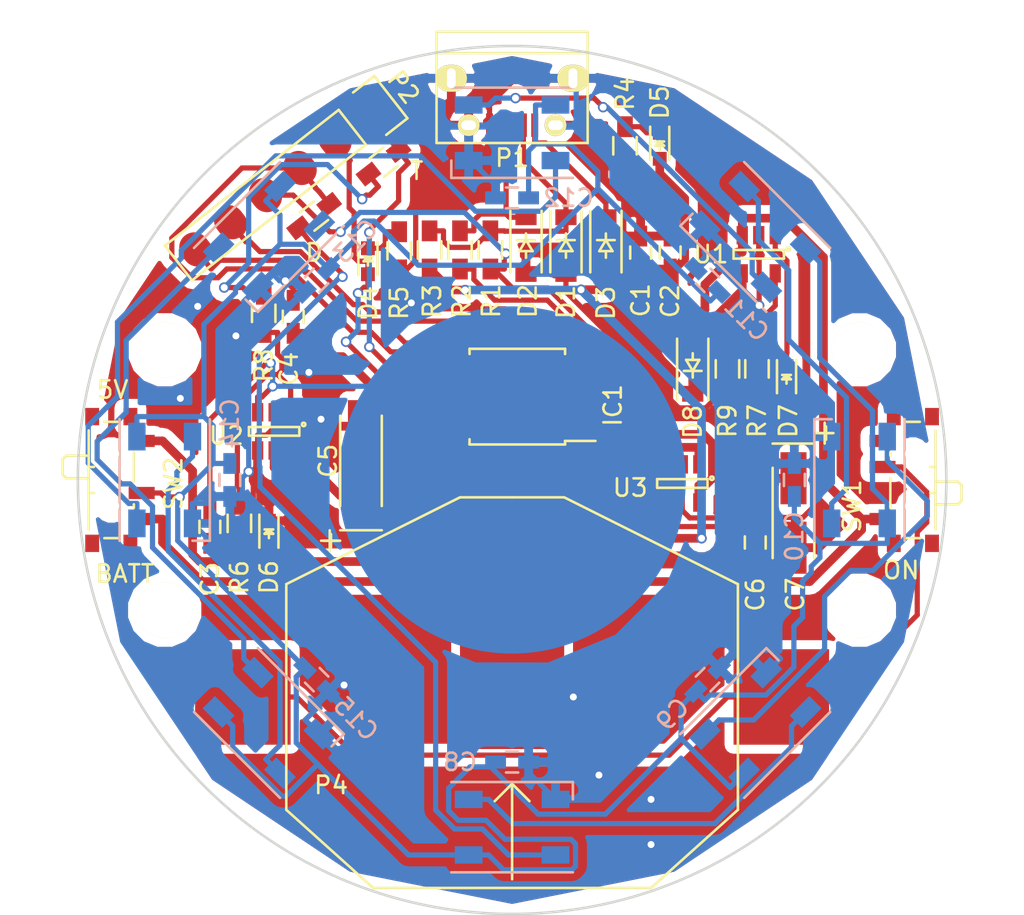
<source format=kicad_pcb>
(kicad_pcb (version 4) (host pcbnew 4.0.2+dfsg1-stable)
  (layers (0 F.Cu signal) (31 B.Cu signal) (34 B.Paste user) (35 F.Paste user) (36 B.SilkS user) (37 F.SilkS user) (38 B.Mask user) (39 F.Mask user) (44 Edge.Cuts user))
  (net 0 "")
  (net 1 +5V)
  (net 2 GND)
  (net 3 "Net-(C3-Pad1)")
  (net 4 +3V3)
  (net 5 "Net-(C6-Pad2)")
  (net 6 "Net-(C10-Pad2)")
  (net 7 "Net-(D1-Pad1)")
  (net 8 "Net-(D2-Pad1)")
  (net 9 "Net-(D3-Pad1)")
  (net 10 "Net-(D4-Pad2)")
  (net 11 "Net-(D4-Pad1)")
  (net 12 "Net-(D5-Pad1)")
  (net 13 "Net-(D6-Pad2)")
  (net 14 "Net-(D7-Pad2)")
  (net 15 "Net-(D7-Pad1)")
  (net 16 +BATT)
  (net 17 "Net-(IC1-Pad1)")
  (net 18 "Net-(IC1-Pad2)")
  (net 19 "Net-(IC1-Pad3)")
  (net 20 "Net-(IC1-Pad5)")
  (net 21 "Net-(IC1-Pad7)")
  (net 22 "Net-(P1-Pad4)")
  (net 23 "Net-(P4-Pad2)")
  (net 24 "Net-(R6-Pad1)")
  (net 25 /TOUCH)
  (net 26 "Net-(R9-Pad2)")
  (net 27 /DIN)
  (net 28 "Net-(SW1-Pad3)")
  (net 29 "Net-(U4-Pad2)")
  (net 30 "Net-(U5-Pad2)")
  (net 31 "Net-(U6-Pad2)")
  (net 32 "Net-(U7-Pad2)")
  (net 33 "Net-(U8-Pad2)")
  (net 34 "Net-(U10-Pad4)")
  (net 35 "Net-(U10-Pad2)")
  (net 36 "Net-(U11-Pad2)")
  (module SmartEye:TOUCH (layer B.Cu) (at 100 100)
    (fp_text reference P3 hide)
    (fp_text value TOUCH)
    (pad 1 smd circle (at 0 0) (size 20 20) (layers B.Cu B.Paste B.Mask) (net 3 "Net-(C3-Pad1)"))
  )
  (module Capacitors_SMD:C_0603_HandSoldering (layer F.Cu) (at 107.4 86.9 90)
    (fp_text reference C1 (at -2.75 0 90) (layer F.SilkS))
    (fp_text value 0.1uF)
    (pad 1 smd rect (at -0.95 0 90) (size 1.2 0.75) (layers F.Cu F.Paste F.Mask) (net 1 +5V))
    (pad 2 smd rect (at 0.95 0 90) (size 1.2 0.75) (layers F.Cu F.Paste F.Mask) (net 2 GND))
  )
  (module Capacitors_SMD:C_0603_HandSoldering (layer F.Cu) (at 109.1 86.9 90)
    (fp_text reference C2 (at -2.8 0 90) (layer F.SilkS))
    (fp_text value 4.7uF)
    (pad 1 smd rect (at -0.95 0 90) (size 1.2 0.75) (layers F.Cu F.Paste F.Mask) (net 1 +5V))
    (pad 2 smd rect (at 0.95 0 90) (size 1.2 0.75) (layers F.Cu F.Paste F.Mask) (net 2 GND))
  )
  (module Capacitors_SMD:C_0603_HandSoldering (layer F.Cu) (at 82.6 102.7 270)
    (fp_text reference C3 (at 3 0 270) (layer F.SilkS))
    (fp_text value 30PF)
    (pad 1 smd rect (at -0.95 0 270) (size 1.2 0.75) (layers F.Cu F.Paste F.Mask) (net 3 "Net-(C3-Pad1)"))
    (pad 2 smd rect (at 0.95 0 270) (size 1.2 0.75) (layers F.Cu F.Paste F.Mask) (net 2 GND))
  )
  (module Capacitors_SMD:C_0603_HandSoldering (layer F.Cu) (at 87.4 90.6 90)
    (fp_text reference C4 (at -3 -0.25 90) (layer F.SilkS))
    (fp_text value 0.1uF)
    (pad 1 smd rect (at -0.95 0 90) (size 1.2 0.75) (layers F.Cu F.Paste F.Mask) (net 4 +3V3))
    (pad 2 smd rect (at 0.95 0 90) (size 1.2 0.75) (layers F.Cu F.Paste F.Mask) (net 2 GND))
  )
  (module Capacitors_SMD:C_0603_HandSoldering (layer F.Cu) (at 114 103.6 90)
    (fp_text reference C6 (at -3 0 90) (layer F.SilkS))
    (fp_text value 470PF)
    (pad 1 smd rect (at -0.95 0 90) (size 1.2 0.75) (layers F.Cu F.Paste F.Mask) (net 2 GND))
    (pad 2 smd rect (at 0.95 0 90) (size 1.2 0.75) (layers F.Cu F.Paste F.Mask) (net 5 "Net-(C6-Pad2)"))
  )
  (module Capacitors_Tantalum_SMD:TantalC_SizeA_EIA-3216_HandSoldering (layer F.Cu) (at 116.2 101.9 270)
    (fp_text reference C7 (at 4.7 -0.1 270) (layer F.SilkS))
    (fp_text value 2.2uF)
    (fp_text user + (at -4.59994 -1.80086 270) (layer F.SilkS))
    (pad 2 smd rect (at 1.99898 0 270) (size 2.99974 1.50114) (layers F.Cu F.Paste F.Mask) (net 2 GND))
    (pad 1 smd rect (at -1.99898 0 270) (size 2.99974 1.50114) (layers F.Cu F.Paste F.Mask) (net 4 +3V3))
  )
  (module Capacitors_SMD:C_0603_HandSoldering (layer B.Cu) (at 100 116.25 180)
    (fp_text reference C8 (at 3 0 180) (layer B.SilkS) (effects (justify mirror)))
    (fp_text value 470PF)
    (pad 1 smd rect (at -0.95 0 180) (size 1.2 0.75) (layers B.Cu B.Paste B.Mask) (net 2 GND))
    (pad 2 smd rect (at 0.95 0 180) (size 1.2 0.75) (layers B.Cu B.Paste B.Mask) (net 6 "Net-(C10-Pad2)"))
  )
  (module Capacitors_SMD:C_0603_HandSoldering (layer B.Cu) (at 111.25 111.5 225)
    (fp_text reference C9 (at 2.828427 0 225) (layer B.SilkS) (effects (justify mirror)))
    (fp_text value 470PF)
    (pad 1 smd rect (at -0.95 0 225) (size 1.2 0.75) (layers B.Cu B.Paste B.Mask) (net 2 GND))
    (pad 2 smd rect (at 0.95 0 225) (size 1.2 0.75) (layers B.Cu B.Paste B.Mask) (net 6 "Net-(C10-Pad2)"))
  )
  (module Capacitors_SMD:C_0603_HandSoldering (layer B.Cu) (at 116.25 100 270)
    (fp_text reference C10 (at 3.25 0 270) (layer B.SilkS) (effects (justify mirror)))
    (fp_text value 470PF)
    (pad 1 smd rect (at -0.95 0 270) (size 1.2 0.75) (layers B.Cu B.Paste B.Mask) (net 2 GND))
    (pad 2 smd rect (at 0.95 0 270) (size 1.2 0.75) (layers B.Cu B.Paste B.Mask) (net 6 "Net-(C10-Pad2)"))
  )
  (module Capacitors_SMD:C_0603_HandSoldering (layer B.Cu) (at 111.25 88.5 315)
    (fp_text reference C11 (at 3.181981 0 315) (layer B.SilkS) (effects (justify mirror)))
    (fp_text value 470PF)
    (pad 1 smd rect (at -0.95 0 315) (size 1.2 0.75) (layers B.Cu B.Paste B.Mask) (net 2 GND))
    (pad 2 smd rect (at 0.95 0 315) (size 1.2 0.75) (layers B.Cu B.Paste B.Mask) (net 6 "Net-(C10-Pad2)"))
  )
  (module Capacitors_SMD:C_0603_HandSoldering (layer B.Cu) (at 100 83.75)
    (fp_text reference C12 (at 3.25 0) (layer B.SilkS) (effects (justify mirror)))
    (fp_text value 470PF)
    (pad 1 smd rect (at -0.95 0) (size 1.2 0.75) (layers B.Cu B.Paste B.Mask) (net 2 GND))
    (pad 2 smd rect (at 0.95 0) (size 1.2 0.75) (layers B.Cu B.Paste B.Mask) (net 6 "Net-(C10-Pad2)"))
  )
  (module Capacitors_SMD:C_0603_HandSoldering (layer B.Cu) (at 88.75 88.5 45)
    (fp_text reference C13 (at 3.181981 0 45) (layer B.SilkS) (effects (justify mirror)))
    (fp_text value 470PF)
    (pad 1 smd rect (at -0.95 0 45) (size 1.2 0.75) (layers B.Cu B.Paste B.Mask) (net 2 GND))
    (pad 2 smd rect (at 0.95 0 45) (size 1.2 0.75) (layers B.Cu B.Paste B.Mask) (net 6 "Net-(C10-Pad2)"))
  )
  (module Capacitors_SMD:C_0603_HandSoldering (layer B.Cu) (at 83.75 100 90)
    (fp_text reference C14 (at 3.25 0 90) (layer B.SilkS) (effects (justify mirror)))
    (fp_text value 470PF)
    (pad 1 smd rect (at -0.95 0 90) (size 1.2 0.75) (layers B.Cu B.Paste B.Mask) (net 2 GND))
    (pad 2 smd rect (at 0.95 0 90) (size 1.2 0.75) (layers B.Cu B.Paste B.Mask) (net 6 "Net-(C10-Pad2)"))
  )
  (module Capacitors_SMD:C_0603_HandSoldering (layer B.Cu) (at 88.75 111.5 135)
    (fp_text reference C15 (at -3.181981 0 135) (layer B.SilkS) (effects (justify mirror)))
    (fp_text value 470PF)
    (pad 1 smd rect (at -0.95 0 135) (size 1.2 0.75) (layers B.Cu B.Paste B.Mask) (net 2 GND))
    (pad 2 smd rect (at 0.95 0 135) (size 1.2 0.75) (layers B.Cu B.Paste B.Mask) (net 6 "Net-(C10-Pad2)"))
  )
  (module Diodes_SMD:SOD-123 (layer F.Cu) (at 103.1 86.5 270)
    (fp_text reference D1 (at 3.25 0 270) (layer F.SilkS))
    (fp_text value W4)
    (pad 1 smd rect (at -1.635 0 270) (size 0.91 1.22) (layers F.Cu F.Paste F.Mask) (net 7 "Net-(D1-Pad1)"))
    (pad 2 smd rect (at 1.635 0 270) (size 0.91 1.22) (layers F.Cu F.Paste F.Mask) (net 2 GND))
  )
  (module Diodes_SMD:SOD-123 (layer F.Cu) (at 100.8 86.5 270)
    (fp_text reference D2 (at 3.2 -0.1 270) (layer F.SilkS))
    (fp_text value W4)
    (pad 1 smd rect (at -1.635 0 270) (size 0.91 1.22) (layers F.Cu F.Paste F.Mask) (net 8 "Net-(D2-Pad1)"))
    (pad 2 smd rect (at 1.635 0 270) (size 0.91 1.22) (layers F.Cu F.Paste F.Mask) (net 2 GND))
  )
  (module Diodes_SMD:SOD-123 (layer F.Cu) (at 105.4 86.5 270)
    (fp_text reference D3 (at 3.3 0 270) (layer F.SilkS))
    (fp_text value S4)
    (pad 1 smd rect (at -1.635 0 270) (size 0.91 1.22) (layers F.Cu F.Paste F.Mask) (net 9 "Net-(D3-Pad1)"))
    (pad 2 smd rect (at 1.635 0 270) (size 0.91 1.22) (layers F.Cu F.Paste F.Mask) (net 1 +5V))
  )
  (module LEDs:LED_0603 (layer F.Cu) (at 91.7 87.4 270)
    (fp_text reference D4 (at 2.4 0 270) (layer F.SilkS))
    (fp_text value BLUE)
    (pad 2 smd rect (at 0.7493 0 90) (size 0.79756 0.79756) (layers F.Cu F.Paste F.Mask) (net 10 "Net-(D4-Pad2)"))
    (pad 1 smd rect (at -0.7493 0 90) (size 0.79756 0.79756) (layers F.Cu F.Paste F.Mask) (net 11 "Net-(D4-Pad1)"))
  )
  (module LEDs:LED_0603 (layer F.Cu) (at 108.5 80.75 270)
    (fp_text reference D5 (at -2.5 0 270) (layer F.SilkS))
    (fp_text value BLUE)
    (pad 2 smd rect (at 0.7493 0 90) (size 0.79756 0.79756) (layers F.Cu F.Paste F.Mask) (net 1 +5V))
    (pad 1 smd rect (at -0.7493 0 90) (size 0.79756 0.79756) (layers F.Cu F.Paste F.Mask) (net 12 "Net-(D5-Pad1)"))
  )
  (module LEDs:LED_0603 (layer F.Cu) (at 86 103.1 270)
    (fp_text reference D6 (at 2.5 0 270) (layer F.SilkS))
    (fp_text value BLUE)
    (pad 2 smd rect (at 0.7493 0 90) (size 0.79756 0.79756) (layers F.Cu F.Paste F.Mask) (net 13 "Net-(D6-Pad2)"))
    (pad 1 smd rect (at -0.7493 0 90) (size 0.79756 0.79756) (layers F.Cu F.Paste F.Mask) (net 2 GND))
  )
  (module LEDs:LED_0603 (layer F.Cu) (at 115.8 94.2 270)
    (fp_text reference D7 (at 2.4 -0.1 270) (layer F.SilkS))
    (fp_text value BLUE)
    (pad 2 smd rect (at 0.7493 0 90) (size 0.79756 0.79756) (layers F.Cu F.Paste F.Mask) (net 14 "Net-(D7-Pad2)"))
    (pad 1 smd rect (at -0.7493 0 90) (size 0.79756 0.79756) (layers F.Cu F.Paste F.Mask) (net 15 "Net-(D7-Pad1)"))
  )
  (module Diodes_SMD:SOD-123 (layer F.Cu) (at 110.4 93.4 90)
    (fp_text reference D8 (at -3.25 0 90) (layer F.SilkS))
    (fp_text value B340A)
    (pad 1 smd rect (at -1.635 0 90) (size 0.91 1.22) (layers F.Cu F.Paste F.Mask) (net 1 +5V))
    (pad 2 smd rect (at 1.635 0 90) (size 0.91 1.22) (layers F.Cu F.Paste F.Mask) (net 16 +BATT))
  )
  (module Housings_SOIC:SOIJ-8_5.3x5.3mm_Pitch1.27mm (layer F.Cu) (at 100.3 95.2 180)
    (fp_text reference IC1 (at -5.5 -0.5 450) (layer F.SilkS))
    (fp_text value ATTINY85-S)
    (pad 1 smd rect (at -3.65 -1.905 180) (size 1.7 0.65) (layers F.Cu F.Paste F.Mask) (net 17 "Net-(IC1-Pad1)"))
    (pad 2 smd rect (at -3.65 -0.635 180) (size 1.7 0.65) (layers F.Cu F.Paste F.Mask) (net 18 "Net-(IC1-Pad2)"))
    (pad 3 smd rect (at -3.65 0.635 180) (size 1.7 0.65) (layers F.Cu F.Paste F.Mask) (net 19 "Net-(IC1-Pad3)"))
    (pad 4 smd rect (at -3.65 1.905 180) (size 1.7 0.65) (layers F.Cu F.Paste F.Mask) (net 2 GND))
    (pad 5 smd rect (at 3.65 1.905 180) (size 1.7 0.65) (layers F.Cu F.Paste F.Mask) (net 20 "Net-(IC1-Pad5)"))
    (pad 6 smd rect (at 3.65 0.635 180) (size 1.7 0.65) (layers F.Cu F.Paste F.Mask) (net 10 "Net-(D4-Pad2)"))
    (pad 7 smd rect (at 3.65 -0.635 180) (size 1.7 0.65) (layers F.Cu F.Paste F.Mask) (net 21 "Net-(IC1-Pad7)"))
    (pad 8 smd rect (at 3.65 -1.905 180) (size 1.7 0.65) (layers F.Cu F.Paste F.Mask) (net 4 +3V3))
  )
  (module SmartEye:USB_Micro-B (layer F.Cu) (at 100 78 180)
    (fp_text reference P1 (at 0 -3.45 180) (layer F.SilkS))
    (fp_text value USB_OTG)
    (pad 1 smd rect (at -1.3009 -1.56254 270) (size 1.35 0.4) (layers F.Cu F.Paste F.Mask) (net 9 "Net-(D3-Pad1)"))
    (pad 2 smd rect (at -0.6509 -1.56254 270) (size 1.35 0.4) (layers F.Cu F.Paste F.Mask) (net 7 "Net-(D1-Pad1)"))
    (pad 3 smd rect (at -0.0009 -1.56254 270) (size 1.35 0.4) (layers F.Cu F.Paste F.Mask) (net 8 "Net-(D2-Pad1)"))
    (pad 4 smd rect (at 0.6491 -1.56254 270) (size 1.35 0.4) (layers F.Cu F.Paste F.Mask) (net 22 "Net-(P1-Pad4)"))
    (pad 5 smd rect (at 1.2991 -1.56254 270) (size 1.35 0.4) (layers F.Cu F.Paste F.Mask) (net 2 GND))
    (pad 6 thru_hole oval (at -2.5009 -1.56254 270) (size 1.25 1.25) (drill oval 0.55 0.85) (layers *.Cu *.Mask F.SilkS) (net 2 GND))
    (pad 6 thru_hole oval (at 2.4991 -1.56254 270) (size 1.25 1.25) (drill oval 0.55 0.85) (layers *.Cu *.Mask F.SilkS) (net 2 GND))
    (pad 6 thru_hole oval (at -3.5009 1.13746 270) (size 1.55 1.8) (drill oval 1.15 0.5) (layers *.Cu *.Mask F.SilkS) (net 2 GND))
    (pad 6 thru_hole oval (at 3.4991 1.13746 270) (size 1.55 1.8) (drill oval 1.15 0.5) (layers *.Cu *.Mask F.SilkS) (net 2 GND))
  )
  (module Resistors_SMD:R_0603_HandSoldering (layer F.Cu) (at 98.75 86.75 90)
    (fp_text reference R1 (at -2.95 0.05 90) (layer F.SilkS))
    (fp_text value 68R)
    (pad 1 smd rect (at -1.1 0 90) (size 1.2 0.9) (layers F.Cu F.Paste F.Mask) (net 18 "Net-(IC1-Pad2)"))
    (pad 2 smd rect (at 1.1 0 90) (size 1.2 0.9) (layers F.Cu F.Paste F.Mask) (net 7 "Net-(D1-Pad1)"))
  )
  (module Resistors_SMD:R_0603_HandSoldering (layer F.Cu) (at 97 86.75 90)
    (fp_text reference R2 (at -2.95 0.1 90) (layer F.SilkS))
    (fp_text value 68R)
    (pad 1 smd rect (at -1.1 0 90) (size 1.2 0.9) (layers F.Cu F.Paste F.Mask) (net 19 "Net-(IC1-Pad3)"))
    (pad 2 smd rect (at 1.1 0 90) (size 1.2 0.9) (layers F.Cu F.Paste F.Mask) (net 8 "Net-(D2-Pad1)"))
  )
  (module Resistors_SMD:R_0603_HandSoldering (layer F.Cu) (at 95.25 86.75 270)
    (fp_text reference R3 (at 2.95 -0.15 270) (layer F.SilkS))
    (fp_text value 1.5K)
    (pad 1 smd rect (at -1.1 0 270) (size 1.2 0.9) (layers F.Cu F.Paste F.Mask) (net 7 "Net-(D1-Pad1)"))
    (pad 2 smd rect (at 1.1 0 270) (size 1.2 0.9) (layers F.Cu F.Paste F.Mask) (net 1 +5V))
  )
  (module Resistors_SMD:R_0603_HandSoldering (layer F.Cu) (at 106.5 80.75 270)
    (fp_text reference R4 (at -3 0 270) (layer F.SilkS))
    (fp_text value 470)
    (pad 1 smd rect (at -1.1 0 270) (size 1.2 0.9) (layers F.Cu F.Paste F.Mask) (net 12 "Net-(D5-Pad1)"))
    (pad 2 smd rect (at 1.1 0 270) (size 1.2 0.9) (layers F.Cu F.Paste F.Mask) (net 2 GND))
  )
  (module Resistors_SMD:R_0603_HandSoldering (layer F.Cu) (at 93.5 86.8 270)
    (fp_text reference R5 (at 3 0 270) (layer F.SilkS))
    (fp_text value 470)
    (pad 1 smd rect (at -1.1 0 270) (size 1.2 0.9) (layers F.Cu F.Paste F.Mask) (net 11 "Net-(D4-Pad1)"))
    (pad 2 smd rect (at 1.1 0 270) (size 1.2 0.9) (layers F.Cu F.Paste F.Mask) (net 2 GND))
  )
  (module Resistors_SMD:R_0603_HandSoldering (layer F.Cu) (at 84.3 102.5 270)
    (fp_text reference R6 (at 3.1 0 270) (layer F.SilkS))
    (fp_text value 470)
    (pad 1 smd rect (at -1.1 0 270) (size 1.2 0.9) (layers F.Cu F.Paste F.Mask) (net 24 "Net-(R6-Pad1)"))
    (pad 2 smd rect (at 1.1 0 270) (size 1.2 0.9) (layers F.Cu F.Paste F.Mask) (net 13 "Net-(D6-Pad2)"))
  )
  (module Resistors_SMD:R_0603_HandSoldering (layer F.Cu) (at 114.1 93.6 270)
    (fp_text reference R7 (at 3 0 270) (layer F.SilkS))
    (fp_text value 470)
    (pad 1 smd rect (at -1.1 0 270) (size 1.2 0.9) (layers F.Cu F.Paste F.Mask) (net 1 +5V))
    (pad 2 smd rect (at 1.1 0 270) (size 1.2 0.9) (layers F.Cu F.Paste F.Mask) (net 14 "Net-(D7-Pad2)"))
  )
  (module Resistors_SMD:R_0603_HandSoldering (layer F.Cu) (at 85.7 90.4 270)
    (fp_text reference R8 (at 3 0 270) (layer F.SilkS))
    (fp_text value 470)
    (pad 1 smd rect (at -1.1 0 270) (size 1.2 0.9) (layers F.Cu F.Paste F.Mask) (net 25 /TOUCH))
    (pad 2 smd rect (at 1.1 0 270) (size 1.2 0.9) (layers F.Cu F.Paste F.Mask) (net 24 "Net-(R6-Pad1)"))
  )
  (module Resistors_SMD:R_0603_HandSoldering (layer F.Cu) (at 112.4 93.6 90)
    (fp_text reference R9 (at -3 0 90) (layer F.SilkS))
    (fp_text value 10K)
    (pad 1 smd rect (at -1.1 0 90) (size 1.2 0.9) (layers F.Cu F.Paste F.Mask) (net 2 GND))
    (pad 2 smd rect (at 1.1 0 90) (size 1.2 0.9) (layers F.Cu F.Paste F.Mask) (net 26 "Net-(R9-Pad2)"))
  )
  (module Resistors_SMD:R_0603_HandSoldering (layer F.Cu) (at 92.6 81.7 218)
    (fp_text reference R10 hide)
    (fp_text value 0)
    (pad 1 smd rect (at -1.1 0 218) (size 1.2 0.9) (layers F.Cu F.Paste F.Mask) (net 20 "Net-(IC1-Pad5)"))
    (pad 2 smd rect (at 1.1 0 218) (size 1.2 0.9) (layers F.Cu F.Paste F.Mask) (net 25 /TOUCH))
  )
  (module Buttons_Switches_SMD:SW_SPDT_PCM12 (layer F.Cu) (at 122.75 100 90)
    (fp_text reference SW1 (at -1.5 -3.175 90) (layer F.SilkS))
    (fp_text value Switch_POWER)
    (pad "" np_thru_hole circle (at -1.5 0.325 90) (size 0.9 0.9) (drill 0.9) (layers *.Cu *.Mask))
    (pad "" np_thru_hole circle (at 1.5 0.325 90) (size 0.9 0.9) (drill 0.9) (layers *.Cu *.Mask))
    (pad 1 smd rect (at -2.25 -1.425 90) (size 0.7 1.5) (layers F.Cu F.Paste F.Mask) (net 16 +BATT))
    (pad 2 smd rect (at 0.75 -1.425 90) (size 0.7 1.5) (layers F.Cu F.Paste F.Mask) (net 23 "Net-(P4-Pad2)"))
    (pad 3 smd rect (at 2.25 -1.425 90) (size 0.7 1.5) (layers F.Cu F.Paste F.Mask) (net 28 "Net-(SW1-Pad3)"))
    (pad "" smd rect (at -3.65 1.425 90) (size 1 0.8) (layers F.Cu F.Paste F.Mask))
    (pad "" smd rect (at 3.65 1.425 90) (size 1 0.8) (layers F.Cu F.Paste F.Mask))
    (pad "" smd rect (at 3.65 -0.775 90) (size 1 0.8) (layers F.Cu F.Paste F.Mask))
    (pad "" smd rect (at -3.65 -0.775 90) (size 1 0.8) (layers F.Cu F.Paste F.Mask))
  )
  (module Buttons_Switches_SMD:SW_SPDT_PCM12 (layer F.Cu) (at 77.25 100 270)
    (fp_text reference SW2 (at 0.2 -3.25 270) (layer F.SilkS))
    (fp_text value Switch_VCC)
    (pad "" np_thru_hole circle (at -1.5 0.325 270) (size 0.9 0.9) (drill 0.9) (layers *.Cu *.Mask))
    (pad "" np_thru_hole circle (at 1.5 0.325 270) (size 0.9 0.9) (drill 0.9) (layers *.Cu *.Mask))
    (pad 1 smd rect (at -2.25 -1.425 270) (size 0.7 1.5) (layers F.Cu F.Paste F.Mask) (net 1 +5V))
    (pad 2 smd rect (at 0.75 -1.425 270) (size 0.7 1.5) (layers F.Cu F.Paste F.Mask) (net 6 "Net-(C10-Pad2)"))
    (pad 3 smd rect (at 2.25 -1.425 270) (size 0.7 1.5) (layers F.Cu F.Paste F.Mask) (net 16 +BATT))
    (pad "" smd rect (at -3.65 1.425 270) (size 1 0.8) (layers F.Cu F.Paste F.Mask))
    (pad "" smd rect (at 3.65 1.425 270) (size 1 0.8) (layers F.Cu F.Paste F.Mask))
    (pad "" smd rect (at 3.65 -0.775 270) (size 1 0.8) (layers F.Cu F.Paste F.Mask))
    (pad "" smd rect (at -3.65 -0.775 270) (size 1 0.8) (layers F.Cu F.Paste F.Mask))
  )
  (module TO_SOT_Packages_SMD:SOT-23-5 (layer F.Cu) (at 114.2 87 270)
    (fp_text reference U1 (at 0 2.75 360) (layer F.SilkS))
    (fp_text value MCP73831)
    (pad 1 smd rect (at -1.1 -0.95 270) (size 1.06 0.65) (layers F.Cu F.Paste F.Mask) (net 15 "Net-(D7-Pad1)"))
    (pad 2 smd rect (at -1.1 0 270) (size 1.06 0.65) (layers F.Cu F.Paste F.Mask) (net 2 GND))
    (pad 3 smd rect (at -1.1 0.95 270) (size 1.06 0.65) (layers F.Cu F.Paste F.Mask) (net 16 +BATT))
    (pad 4 smd rect (at 1.1 0.95 270) (size 1.06 0.65) (layers F.Cu F.Paste F.Mask) (net 1 +5V))
    (pad 5 smd rect (at 1.1 -0.95 270) (size 1.06 0.65) (layers F.Cu F.Paste F.Mask) (net 26 "Net-(R9-Pad2)"))
  )
  (module TO_SOT_Packages_SMD:SOT-23-6 (layer F.Cu) (at 86.3 97.2 270)
    (fp_text reference U2 (at 0.25 2.75 540) (layer F.SilkS))
    (fp_text value TTP223)
    (pad 1 smd rect (at -1.1 -0.95 270) (size 1.06 0.65) (layers F.Cu F.Paste F.Mask) (net 24 "Net-(R6-Pad1)"))
    (pad 2 smd rect (at -1.1 0 270) (size 1.06 0.65) (layers F.Cu F.Paste F.Mask) (net 2 GND))
    (pad 3 smd rect (at -1.1 0.95 270) (size 1.06 0.65) (layers F.Cu F.Paste F.Mask) (net 3 "Net-(C3-Pad1)"))
    (pad 4 smd rect (at 1.1 0.95 270) (size 1.06 0.65) (layers F.Cu F.Paste F.Mask) (net 2 GND))
    (pad 6 smd rect (at 1.1 -0.95 270) (size 1.06 0.65) (layers F.Cu F.Paste F.Mask) (net 2 GND))
    (pad 5 smd rect (at 1.1 0 270) (size 1.06 0.65) (layers F.Cu F.Paste F.Mask) (net 4 +3V3))
  )
  (module TO_SOT_Packages_SMD:SOT-23-5 (layer F.Cu) (at 109.8 100.2 270)
    (fp_text reference U3 (at 0.25 3 360) (layer F.SilkS))
    (fp_text value MIC5219)
    (pad 1 smd rect (at -1.1 -0.95 270) (size 1.06 0.65) (layers F.Cu F.Paste F.Mask) (net 1 +5V))
    (pad 2 smd rect (at -1.1 0 270) (size 1.06 0.65) (layers F.Cu F.Paste F.Mask) (net 2 GND))
    (pad 3 smd rect (at -1.1 0.95 270) (size 1.06 0.65) (layers F.Cu F.Paste F.Mask) (net 1 +5V))
    (pad 4 smd rect (at 1.1 0.95 270) (size 1.06 0.65) (layers F.Cu F.Paste F.Mask) (net 5 "Net-(C6-Pad2)"))
    (pad 5 smd rect (at 1.1 -0.95 270) (size 1.06 0.65) (layers F.Cu F.Paste F.Mask) (net 4 +3V3))
  )
  (module LEDs:LED_WS2812B-PLCC4 (layer B.Cu) (at 100 120)
    (fp_text reference U4 hide)
    (fp_text value WS2812B)
    (pad 3 smd rect (at 2.5 -1.6) (size 1.6 1) (layers B.Cu B.Paste B.Mask) (net 2 GND))
    (pad 4 smd rect (at 2.5 1.6) (size 1.6 1) (layers B.Cu B.Paste B.Mask) (net 27 /DIN))
    (pad 2 smd rect (at -2.5 -1.6) (size 1.6 1) (layers B.Cu B.Paste B.Mask) (net 29 "Net-(U4-Pad2)"))
    (pad 1 smd rect (at -2.5 1.6) (size 1.6 1) (layers B.Cu B.Paste B.Mask) (net 6 "Net-(C10-Pad2)"))
  )
  (module LEDs:LED_WS2812B-PLCC4 (layer B.Cu) (at 114 114 45)
    (fp_text reference U5 hide)
    (fp_text value WS2812B)
    (pad 3 smd rect (at 2.5 -1.6 45) (size 1.6 1) (layers B.Cu B.Paste B.Mask) (net 2 GND))
    (pad 4 smd rect (at 2.5 1.6 45) (size 1.6 1) (layers B.Cu B.Paste B.Mask) (net 29 "Net-(U4-Pad2)"))
    (pad 2 smd rect (at -2.5 -1.6 45) (size 1.6 1) (layers B.Cu B.Paste B.Mask) (net 30 "Net-(U5-Pad2)"))
    (pad 1 smd rect (at -2.5 1.6 45) (size 1.6 1) (layers B.Cu B.Paste B.Mask) (net 6 "Net-(C10-Pad2)"))
  )
  (module LEDs:LED_WS2812B-PLCC4 (layer B.Cu) (at 120 100 90)
    (fp_text reference U6 hide)
    (fp_text value WS2812B)
    (pad 3 smd rect (at 2.5 -1.6 90) (size 1.6 1) (layers B.Cu B.Paste B.Mask) (net 2 GND))
    (pad 4 smd rect (at 2.5 1.6 90) (size 1.6 1) (layers B.Cu B.Paste B.Mask) (net 30 "Net-(U5-Pad2)"))
    (pad 2 smd rect (at -2.5 -1.6 90) (size 1.6 1) (layers B.Cu B.Paste B.Mask) (net 31 "Net-(U6-Pad2)"))
    (pad 1 smd rect (at -2.5 1.6 90) (size 1.6 1) (layers B.Cu B.Paste B.Mask) (net 6 "Net-(C10-Pad2)"))
  )
  (module LEDs:LED_WS2812B-PLCC4 (layer B.Cu) (at 114 86 135)
    (fp_text reference U7 hide)
    (fp_text value WS2812B)
    (pad 3 smd rect (at 2.5 -1.6 135) (size 1.6 1) (layers B.Cu B.Paste B.Mask) (net 2 GND))
    (pad 4 smd rect (at 2.5 1.6 135) (size 1.6 1) (layers B.Cu B.Paste B.Mask) (net 31 "Net-(U6-Pad2)"))
    (pad 2 smd rect (at -2.5 -1.6 135) (size 1.6 1) (layers B.Cu B.Paste B.Mask) (net 32 "Net-(U7-Pad2)"))
    (pad 1 smd rect (at -2.5 1.6 135) (size 1.6 1) (layers B.Cu B.Paste B.Mask) (net 6 "Net-(C10-Pad2)"))
  )
  (module LEDs:LED_WS2812B-PLCC4 (layer B.Cu) (at 100 80 180)
    (fp_text reference U8 hide)
    (fp_text value WS2812B)
    (pad 3 smd rect (at 2.5 -1.6 180) (size 1.6 1) (layers B.Cu B.Paste B.Mask) (net 2 GND))
    (pad 4 smd rect (at 2.5 1.6 180) (size 1.6 1) (layers B.Cu B.Paste B.Mask) (net 32 "Net-(U7-Pad2)"))
    (pad 2 smd rect (at -2.5 -1.6 180) (size 1.6 1) (layers B.Cu B.Paste B.Mask) (net 33 "Net-(U8-Pad2)"))
    (pad 1 smd rect (at -2.5 1.6 180) (size 1.6 1) (layers B.Cu B.Paste B.Mask) (net 6 "Net-(C10-Pad2)"))
  )
  (module LEDs:LED_WS2812B-PLCC4 (layer B.Cu) (at 80 100 270)
    (fp_text reference U9 hide)
    (fp_text value WS2812B)
    (pad 3 smd rect (at 2.5 -1.6 270) (size 1.6 1) (layers B.Cu B.Paste B.Mask) (net 2 GND))
    (pad 4 smd rect (at 2.5 1.6 270) (size 1.6 1) (layers B.Cu B.Paste B.Mask) (net 33 "Net-(U8-Pad2)"))
    (pad 2 smd rect (at -2.5 -1.6 270) (size 1.6 1) (layers B.Cu B.Paste B.Mask) (net 34 "Net-(U10-Pad4)"))
    (pad 1 smd rect (at -2.5 1.6 270) (size 1.6 1) (layers B.Cu B.Paste B.Mask) (net 6 "Net-(C10-Pad2)"))
  )
  (module LEDs:LED_WS2812B-PLCC4 (layer B.Cu) (at 86 114 315)
    (fp_text reference U10 hide)
    (fp_text value WS2812B)
    (pad 3 smd rect (at 2.5 -1.6 315) (size 1.6 1) (layers B.Cu B.Paste B.Mask) (net 2 GND))
    (pad 4 smd rect (at 2.5 1.6 315) (size 1.6 1) (layers B.Cu B.Paste B.Mask) (net 34 "Net-(U10-Pad4)"))
    (pad 2 smd rect (at -2.5 -1.6 315) (size 1.6 1) (layers B.Cu B.Paste B.Mask) (net 35 "Net-(U10-Pad2)"))
    (pad 1 smd rect (at -2.5 1.6 315) (size 1.6 1) (layers B.Cu B.Paste B.Mask) (net 6 "Net-(C10-Pad2)"))
  )
  (module LEDs:LED_WS2812B-PLCC4 (layer B.Cu) (at 86 86 225)
    (fp_text reference U11 hide)
    (fp_text value WS2812B)
    (pad 3 smd rect (at 2.5 -1.6 225) (size 1.6 1) (layers B.Cu B.Paste B.Mask) (net 2 GND))
    (pad 4 smd rect (at 2.5 1.6 225) (size 1.6 1) (layers B.Cu B.Paste B.Mask) (net 35 "Net-(U10-Pad2)"))
    (pad 2 smd rect (at -2.5 -1.6 225) (size 1.6 1) (layers B.Cu B.Paste B.Mask) (net 36 "Net-(U11-Pad2)"))
    (pad 1 smd rect (at -2.5 1.6 225) (size 1.6 1) (layers B.Cu B.Paste B.Mask) (net 6 "Net-(C10-Pad2)"))
  )
  (module LCD7th:CR2477 (layer F.Cu) (at 84.5 112.5)
    (fp_text reference P4 (at 5.08 5.08) (layer F.SilkS))
    (fp_text value BATT)
    (pad 2 smd rect (at 0 0) (size 5.5 5.5) (layers F.Cu F.Paste F.Mask) (net 23 "Net-(P4-Pad2)"))
    (pad 2 smd rect (at 31 0) (size 5.5 5.5) (layers F.Cu F.Paste F.Mask) (net 23 "Net-(P4-Pad2)"))
    (pad 1 smd rect (at 15.5 0) (size 6 6) (layers F.Cu F.Paste F.Mask) (net 2 GND))
  )
  (module SmartEye:TestPin_Header_Straight_1x06 (layer F.Cu) (at 91.8 78.9 308)
    (fp_text reference P2 (at 0 -2.474874 308) (layer F.SilkS))
    (fp_text value CONN_01X06)
    (pad 1 smd rect (at 0 0 308) (size 2.032 1.7272) (layers F.Cu F.Paste F.Mask) (net 20 "Net-(IC1-Pad5)"))
    (pad 2 smd oval (at 0 2.54 308) (size 2.032 1.7272) (layers F.Cu F.Paste F.Mask) (net 10 "Net-(D4-Pad2)"))
    (pad 3 smd oval (at 0 5.08 308) (size 2.032 1.7272) (layers F.Cu F.Paste F.Mask) (net 21 "Net-(IC1-Pad7)"))
    (pad 4 smd oval (at 0 7.62 308) (size 2.032 1.7272) (layers F.Cu F.Paste F.Mask) (net 18 "Net-(IC1-Pad2)"))
    (pad 5 smd oval (at 0 10.16 308) (size 2.032 1.7272) (layers F.Cu F.Paste F.Mask) (net 19 "Net-(IC1-Pad3)"))
    (pad 6 smd oval (at 0 12.7 308) (size 2.032 1.7272) (layers F.Cu F.Paste F.Mask) (net 17 "Net-(IC1-Pad1)"))
  )
  (module Resistors_SMD:R_0603_HandSoldering (layer F.Cu) (at 88.6 84.8 218)
    (fp_text reference R11 hide)
    (fp_text value 0)
    (pad 1 smd rect (at -1.1 0 218) (size 1.2 0.9) (layers F.Cu F.Paste F.Mask) (net 21 "Net-(IC1-Pad7)"))
    (pad 2 smd rect (at 1.1 0 218) (size 1.2 0.9) (layers F.Cu F.Paste F.Mask) (net 27 /DIN))
  )
  (module Capacitors_Tantalum_SMD:TantalC_SizeA_EIA-3216_HandSoldering (layer F.Cu) (at 91.3 98.9 90)
    (fp_text reference C5 (at 0 -1.9 90) (layer F.SilkS))
    (fp_text value 4.7uF)
    (fp_text user + (at -4.59994 -1.80086 90) (layer F.SilkS))
    (pad 2 smd rect (at 1.99898 0 90) (size 2.99974 1.50114) (layers F.Cu F.Paste F.Mask) (net 2 GND))
    (pad 1 smd rect (at -1.99898 0 90) (size 2.99974 1.50114) (layers F.Cu F.Paste F.Mask) (net 4 +3V3))
  )
  (module Mounting_Holes:MountingHole_3.2mm_M3 (layer F.Cu) (at 120 107.5)
    (fp_text reference REF2 hide)
    (fp_text value MountingHole_3.2mm_M3)
    (pad 1 np_thru_hole circle (at 0 0) (size 3.2 3.2) (drill 3.2) (layers *.Cu *.Mask F.SilkS))
  )
  (module Mounting_Holes:MountingHole_3.2mm_M3 (layer F.Cu) (at 120 92.5)
    (fp_text reference REF1 hide)
    (fp_text value MountingHole_3.2mm_M3)
    (pad 1 np_thru_hole circle (at 0 0) (size 3.2 3.2) (drill 3.2) (layers *.Cu *.Mask F.SilkS))
  )
  (module Mounting_Holes:MountingHole_3.2mm_M3 (layer F.Cu) (at 80 92.5)
    (fp_text reference REF4 hide)
    (fp_text value MountingHole_3.2mm_M3)
    (pad 1 np_thru_hole circle (at 0 0) (size 3.2 3.2) (drill 3.2) (layers *.Cu *.Mask F.SilkS))
  )
  (module Mounting_Holes:MountingHole_3.2mm_M3 (layer F.Cu) (at 80 107.5)
    (fp_text reference REF3 hide)
    (fp_text value MountingHole_3.2mm_M3)
    (pad 1 np_thru_hole circle (at 0 0) (size 3.2 3.2) (drill 3.2) (layers *.Cu *.Mask F.SilkS))
  )
  (gr_text D (at 88.6 86.9) (layer F.SilkS) (effects (font (size 1 1))))
  (gr_text T (at 94.5 82.2) (layer F.SilkS) (effects (font (size 1 1))))
  (gr_text ON (at 122.4 105.2) (layer F.SilkS) (effects (font (size 1 1))))
  (gr_text BATT (at 77.7 105.4) (layer F.SilkS) (effects (font (size 1 1))))
  (gr_text 5V (at 77 94.8) (layer F.SilkS) (effects (font (size 1 1))))
  (gr_circle (center 100 100) (end 125 100) (layer Edge.Cuts) (width 0.15))
  (via (at 97.2945 89.057) (size 0.6) (layers F.Cu B.Cu) (net 1))
  (via (at 103.9689 89.0403) (size 0.6) (layers F.Cu B.Cu) (net 1))
  (via (at 110.9082 103.3598) (size 0.6) (layers F.Cu B.Cu) (net 1))
  (segment (start 78.675 97.75) (end 79.8753 97.75) (width 0.5) (layer F.Cu) (net 1))
  (segment (start 110.75 99.1) (end 110.75 98.1197) (width 0.5) (layer F.Cu) (net 1))
  (segment (start 108.85 99.1) (end 108.85 98.1197) (width 0.5) (layer F.Cu) (net 1))
  (segment (start 108.85 99.1) (end 108.85 100.0803) (width 0.5) (layer F.Cu) (net 1))
  (segment (start 105.4 88.135) (end 105.4 89.0403) (width 0.5) (layer F.Cu) (net 1))
  (segment (start 106.5747 88.0206) (end 106.4603 88.135) (width 0.5) (layer F.Cu) (net 1))
  (segment (start 106.5747 87.85) (end 106.5747 88.0206) (width 0.5) (layer F.Cu) (net 1))
  (segment (start 105.4 88.135) (end 106.4603 88.135) (width 0.5) (layer F.Cu) (net 1))
  (segment (start 107.4 87.85) (end 106.5747 87.85) (width 0.5) (layer F.Cu) (net 1))
  (segment (start 107.4 87.85) (end 108.2253 87.85) (width 0.5) (layer F.Cu) (net 1))
  (segment (start 109.1 87.85) (end 108.2253 87.85) (width 0.5) (layer F.Cu) (net 1))
  (segment (start 96.457 89.057) (end 97.2945 89.057) (width 0.5) (layer F.Cu) (net 1))
  (segment (start 95.25 87.85) (end 96.457 89.057) (width 0.5) (layer F.Cu) (net 1))
  (segment (start 103.9522 89.057) (end 103.9689 89.0403) (width 0.5) (layer B.Cu) (net 1))
  (segment (start 97.2945 89.057) (end 103.9522 89.057) (width 0.5) (layer B.Cu) (net 1))
  (segment (start 105.4 89.0403) (end 103.9689 89.0403) (width 0.5) (layer F.Cu) (net 1))
  (segment (start 108.85 98.1197) (end 110.75 98.1197) (width 0.5) (layer F.Cu) (net 1))
  (segment (start 110.9082 95.9796) (end 103.9689 89.0403) (width 0.5) (layer B.Cu) (net 1))
  (segment (start 110.9082 103.3598) (end 110.9082 95.9796) (width 0.5) (layer B.Cu) (net 1))
  (segment (start 108.0624 103.3598) (end 110.9082 103.3598) (width 0.5) (layer F.Cu) (net 1))
  (segment (start 108.0624 100.5725) (end 108.0624 103.3598) (width 0.5) (layer F.Cu) (net 1))
  (segment (start 108.5546 100.0803) (end 108.0624 100.5725) (width 0.5) (layer F.Cu) (net 1))
  (segment (start 108.85 100.0803) (end 108.5546 100.0803) (width 0.5) (layer F.Cu) (net 1))
  (segment (start 81.6062 99.4809) (end 79.8753 97.75) (width 0.5) (layer F.Cu) (net 1))
  (segment (start 81.6062 104.281) (end 81.6062 99.4809) (width 0.5) (layer F.Cu) (net 1))
  (segment (start 82.0256 104.7004) (end 81.6062 104.281) (width 0.5) (layer F.Cu) (net 1))
  (segment (start 106.7218 104.7004) (end 82.0256 104.7004) (width 0.5) (layer F.Cu) (net 1))
  (segment (start 108.0624 103.3598) (end 106.7218 104.7004) (width 0.5) (layer F.Cu) (net 1))
  (segment (start 109.1 87.85) (end 109.3396 87.85) (width 0.5) (layer F.Cu) (net 1))
  (segment (start 110.4 95.035) (end 110.4 94.1297) (width 0.5) (layer F.Cu) (net 1))
  (segment (start 110.4812 94.0485) (end 110.4 94.1297) (width 0.5) (layer F.Cu) (net 1))
  (segment (start 110.4812 93.5504) (end 110.4812 94.0485) (width 0.5) (layer F.Cu) (net 1))
  (segment (start 110.4812 93.5504) (end 111.48 93.5504) (width 0.5) (layer F.Cu) (net 1))
  (segment (start 113.0496 93.5504) (end 114.1 92.5) (width 0.5) (layer F.Cu) (net 1))
  (segment (start 111.48 93.5504) (end 113.0496 93.5504) (width 0.5) (layer F.Cu) (net 1))
  (segment (start 111.48 90.8503) (end 113.25 89.0803) (width 0.5) (layer F.Cu) (net 1))
  (segment (start 111.48 93.5504) (end 111.48 90.8503) (width 0.5) (layer F.Cu) (net 1))
  (segment (start 113.25 88.1) (end 113.25 89.0803) (width 0.5) (layer F.Cu) (net 1))
  (segment (start 108.5 81.4993) (end 108.5 82.3484) (width 0.5) (layer F.Cu) (net 1))
  (segment (start 109.3396 92.4088) (end 110.4812 93.5504) (width 0.5) (layer F.Cu) (net 1))
  (segment (start 109.3396 87.85) (end 109.3396 92.4088) (width 0.5) (layer F.Cu) (net 1))
  (segment (start 109.9336 83.782) (end 108.5 82.3484) (width 0.5) (layer F.Cu) (net 1))
  (segment (start 109.9336 87.256) (end 109.9336 83.782) (width 0.5) (layer F.Cu) (net 1))
  (segment (start 109.3396 87.85) (end 109.9336 87.256) (width 0.5) (layer F.Cu) (net 1))
  (segment (start 84.1 91.7) (end 83.6 91.7) (width 0.3) (layer F.Cu) (net 2))
  (via (at 81.9 90) (size 0.6) (drill 0.4) (layers F.Cu B.Cu) (net 2))
  (segment (start 83.6 91.7) (end 81.9 90) (width 0.3) (layer F.Cu) (net 2))
  (segment (start 84.1 91.7) (end 84.1 92.1) (width 0.3) (layer F.Cu) (net 2))
  (via (at 84.1 91.7) (size 0.6) (drill 0.4) (layers F.Cu B.Cu) (net 2))
  (segment (start 84.6 91.2) (end 84.1 91.7) (width 0.3) (layer B.Cu) (net 2))
  (segment (start 84.6 89.7) (end 84.6 91.2) (width 0.3) (layer B.Cu) (net 2))
  (segment (start 85.363604 88.936396) (end 84.6 89.7) (width 0.3) (layer B.Cu) (net 2))
  (via (at 80.9 95.3) (size 0.6) (drill 0.4) (layers F.Cu B.Cu) (net 2))
  (segment (start 84.1 92.1) (end 80.9 95.3) (width 0.3) (layer F.Cu) (net 2))
  (segment (start 85.363604 88.899138) (end 85.363604 88.936396) (width 0.3) (layer B.Cu) (net 2))
  (segment (start 89 96.5) (end 89 94.5) (width 0.3) (layer F.Cu) (net 2))
  (segment (start 88.1 98.3) (end 89 97.4) (width 0.3) (layer F.Cu) (net 2))
  (segment (start 89 97.4) (end 89 96.5) (width 0.3) (layer F.Cu) (net 2))
  (via (at 89 96.5) (size 0.6) (drill 0.4) (layers F.Cu B.Cu) (net 2))
  (segment (start 87.25 98.3) (end 88.1 98.3) (width 0.3) (layer F.Cu) (net 2))
  (via (at 88.3 93.8) (size 0.6) (drill 0.4) (layers F.Cu B.Cu) (net 2))
  (segment (start 89 94.5) (end 88.3 93.8) (width 0.3) (layer F.Cu) (net 2))
  (segment (start 93.5 87.9) (end 93.5 89.1) (width 0.3) (layer F.Cu) (net 2))
  (via (at 94.2 89.8) (size 0.6) (drill 0.4) (layers F.Cu B.Cu) (net 2))
  (segment (start 93.5 89.1) (end 94.2 89.8) (width 0.3) (layer F.Cu) (net 2))
  (segment (start 108 121) (end 108 118.4) (width 0.3) (layer F.Cu) (net 2))
  (segment (start 106.6 117) (end 108 118.4) (width 0.3) (layer F.Cu) (net 2))
  (via (at 108 118.4) (size 0.6) (drill 0.4) (layers F.Cu B.Cu) (net 2))
  (segment (start 103.6 118.4) (end 102.5 118.4) (width 0.3) (layer B.Cu) (net 2))
  (via (at 105 117) (size 0.6) (drill 0.4) (layers F.Cu B.Cu) (net 2))
  (segment (start 103.6 118.4) (end 105 117) (width 0.3) (layer B.Cu) (net 2))
  (segment (start 105 117) (end 106.6 117) (width 0.3) (layer F.Cu) (net 2))
  (via (at 108 121) (size 0.6) (drill 0.4) (layers F.Cu B.Cu) (net 2))
  (via (at 86.9416 88.5242) (size 0.6) (layers F.Cu B.Cu) (net 2))
  (via (at 114.2235 89.9485) (size 0.6) (layers F.Cu B.Cu) (net 2))
  (via (at 90.3261 111.8115) (size 0.6) (layers F.Cu B.Cu) (net 2))
  (via (at 103.5262 112.5) (size 0.6) (layers F.Cu B.Cu) (net 2))
  (via (at 84.8349 99.5132) (size 0.6) (layers F.Cu B.Cu) (net 2))
  (segment (start 87.25 98.3) (end 87.25 97.8598) (width 0.3) (layer F.Cu) (net 2))
  (segment (start 91.3 96.901) (end 90.1991 96.901) (width 0.3) (layer F.Cu) (net 2))
  (segment (start 97.5 81.6) (end 98.0752 81.6) (width 0.3) (layer B.Cu) (net 2))
  (segment (start 109.1 85.95) (end 107.4 85.95) (width 0.3) (layer F.Cu) (net 2))
  (segment (start 88.0782 89.1718) (end 87.5653 88.6588) (width 0.3) (layer B.Cu) (net 2))
  (segment (start 85.3636 88.8991) (end 86.177 88.0857) (width 0.3) (layer B.Cu) (net 2))
  (segment (start 97.5009 81.0257) (end 97.5009 79.5625) (width 0.3) (layer B.Cu) (net 2))
  (segment (start 98.0752 81.6) (end 97.5009 81.0257) (width 0.3) (layer B.Cu) (net 2))
  (segment (start 98.0752 82.0499) (end 98.0752 81.6) (width 0.3) (layer B.Cu) (net 2))
  (segment (start 99.05 83.0247) (end 98.0752 82.0499) (width 0.3) (layer B.Cu) (net 2))
  (segment (start 99.05 83.75) (end 99.05 83.0247) (width 0.3) (layer B.Cu) (net 2))
  (segment (start 93.5 87.9) (end 93.9002 87.9) (width 0.3) (layer F.Cu) (net 2))
  (segment (start 103.95 93.295) (end 102.7497 93.295) (width 0.3) (layer F.Cu) (net 2))
  (segment (start 102.5009 79.5625) (end 103.4762 79.5625) (width 0.3) (layer B.Cu) (net 2))
  (segment (start 111.1009 85.3636) (end 110.2875 84.5502) (width 0.3) (layer B.Cu) (net 2))
  (segment (start 105.0863 79.349) (end 110.2875 84.5502) (width 0.3) (layer B.Cu) (net 2))
  (segment (start 103.6897 79.349) (end 105.0863 79.349) (width 0.3) (layer B.Cu) (net 2))
  (segment (start 103.6897 77.0513) (end 103.6897 79.349) (width 0.3) (layer B.Cu) (net 2))
  (segment (start 103.5009 76.8625) (end 103.6897 77.0513) (width 0.3) (layer B.Cu) (net 2))
  (segment (start 103.6897 79.349) (end 103.4762 79.5625) (width 0.3) (layer B.Cu) (net 2))
  (segment (start 99.5957 90.141) (end 102.7497 93.295) (width 0.3) (layer F.Cu) (net 2))
  (segment (start 95.9937 90.141) (end 99.5957 90.141) (width 0.3) (layer F.Cu) (net 2))
  (segment (start 93.9002 88.0475) (end 95.9937 90.141) (width 0.3) (layer F.Cu) (net 2))
  (segment (start 93.9002 87.9) (end 93.9002 88.0475) (width 0.3) (layer F.Cu) (net 2))
  (segment (start 111.1009 85.3636) (end 111.9143 86.1769) (width 0.3) (layer B.Cu) (net 2))
  (segment (start 110.5782 87.8282) (end 111.0912 87.3152) (width 0.3) (layer B.Cu) (net 2))
  (segment (start 82.6 103.65) (end 83.3253 103.65) (width 0.3) (layer F.Cu) (net 2))
  (segment (start 86.3 96.1) (end 86.3 96.9803) (width 0.3) (layer F.Cu) (net 2))
  (segment (start 89.2403 97.8598) (end 90.1991 96.901) (width 0.3) (layer F.Cu) (net 2))
  (segment (start 87.25 97.8598) (end 89.2403 97.8598) (width 0.3) (layer F.Cu) (net 2))
  (segment (start 86.3705 96.9803) (end 86.3 96.9803) (width 0.3) (layer F.Cu) (net 2))
  (segment (start 87.25 97.8598) (end 86.3705 96.9803) (width 0.3) (layer F.Cu) (net 2))
  (segment (start 85.8606 97.4197) (end 86.3 96.9803) (width 0.3) (layer F.Cu) (net 2))
  (segment (start 85.35 97.4197) (end 85.8606 97.4197) (width 0.3) (layer F.Cu) (net 2))
  (segment (start 85.35 98.3) (end 85.35 97.4197) (width 0.3) (layer F.Cu) (net 2))
  (segment (start 87.2926 88.5242) (end 86.9416 88.5242) (width 0.3) (layer B.Cu) (net 2))
  (segment (start 87.4273 88.6589) (end 87.2926 88.5242) (width 0.3) (layer B.Cu) (net 2))
  (segment (start 87.5652 88.6589) (end 87.4273 88.6589) (width 0.3) (layer B.Cu) (net 2))
  (segment (start 87.5653 88.6588) (end 87.5652 88.6589) (width 0.3) (layer B.Cu) (net 2))
  (segment (start 86.6154 88.5242) (end 86.177 88.0857) (width 0.3) (layer B.Cu) (net 2))
  (segment (start 86.9416 88.5242) (end 86.6154 88.5242) (width 0.3) (layer B.Cu) (net 2))
  (segment (start 87.4 88.9826) (end 87.4 89.65) (width 0.3) (layer F.Cu) (net 2))
  (segment (start 86.9416 88.5242) (end 87.4 88.9826) (width 0.3) (layer F.Cu) (net 2))
  (segment (start 112.4 94.7) (end 113.2003 94.7) (width 0.3) (layer F.Cu) (net 2))
  (segment (start 116.743 102.158) (end 116.2 102.158) (width 0.3) (layer F.Cu) (net 2))
  (segment (start 117.3124 101.5886) (end 116.743 102.158) (width 0.3) (layer F.Cu) (net 2))
  (segment (start 117.3124 98.202) (end 117.3124 101.5886) (width 0.3) (layer F.Cu) (net 2))
  (segment (start 115.7104 96.6) (end 117.3124 98.202) (width 0.3) (layer F.Cu) (net 2))
  (segment (start 114.4 96.6) (end 115.7104 96.6) (width 0.3) (layer F.Cu) (net 2))
  (segment (start 113.2003 95.4003) (end 114.4 96.6) (width 0.3) (layer F.Cu) (net 2))
  (segment (start 113.2003 94.7) (end 113.2003 95.4003) (width 0.3) (layer F.Cu) (net 2))
  (segment (start 109.8 101.7565) (end 109.8 99.1) (width 0.3) (layer F.Cu) (net 2))
  (segment (start 110.2288 102.1853) (end 109.8 101.7565) (width 0.3) (layer F.Cu) (net 2))
  (segment (start 112.3476 102.1853) (end 110.2288 102.1853) (width 0.3) (layer F.Cu) (net 2))
  (segment (start 112.8333 101.6996) (end 112.3476 102.1853) (width 0.3) (layer F.Cu) (net 2))
  (segment (start 114.557 101.6996) (end 112.8333 101.6996) (width 0.3) (layer F.Cu) (net 2))
  (segment (start 115.0154 102.158) (end 114.557 101.6996) (width 0.3) (layer F.Cu) (net 2))
  (segment (start 116.2 102.158) (end 115.0154 102.158) (width 0.3) (layer F.Cu) (net 2))
  (segment (start 111.0912 87.3153) (end 111.9142 87.3153) (width 0.3) (layer B.Cu) (net 2))
  (segment (start 111.0912 87.3152) (end 111.0912 87.3153) (width 0.3) (layer B.Cu) (net 2))
  (segment (start 111.9142 86.177) (end 111.9143 86.1769) (width 0.3) (layer B.Cu) (net 2))
  (segment (start 111.9142 87.3153) (end 111.9142 86.177) (width 0.3) (layer B.Cu) (net 2))
  (segment (start 114.2 85.9) (end 114.2 86.7803) (width 0.3) (layer F.Cu) (net 2))
  (segment (start 114.2235 86.8038) (end 114.2 86.7803) (width 0.3) (layer F.Cu) (net 2))
  (segment (start 114.2235 89.9485) (end 114.2235 86.8038) (width 0.3) (layer F.Cu) (net 2))
  (segment (start 96.5009 76.8625) (end 96.5009 77.9878) (width 0.3) (layer F.Cu) (net 2))
  (segment (start 98.7009 78.3684) (end 98.7009 78.6623) (width 0.3) (layer F.Cu) (net 2))
  (segment (start 100.2068 76.8625) (end 98.7009 78.3684) (width 0.3) (layer F.Cu) (net 2))
  (segment (start 103.5009 76.8625) (end 100.2068 76.8625) (width 0.3) (layer F.Cu) (net 2))
  (segment (start 96.8815 78.3684) (end 96.5009 77.9878) (width 0.3) (layer F.Cu) (net 2))
  (segment (start 98.7009 78.3684) (end 96.8815 78.3684) (width 0.3) (layer F.Cu) (net 2))
  (segment (start 105.6997 81.786) (end 105.6997 81.85) (width 0.3) (layer F.Cu) (net 2))
  (segment (start 103.4762 79.5625) (end 105.6997 81.786) (width 0.3) (layer F.Cu) (net 2))
  (segment (start 102.5009 79.5625) (end 103.4762 79.5625) (width 0.3) (layer F.Cu) (net 2))
  (segment (start 106.3051 81.85) (end 105.6997 81.85) (width 0.3) (layer F.Cu) (net 2))
  (segment (start 106.3051 81.85) (end 106.3604 81.85) (width 0.3) (layer F.Cu) (net 2))
  (segment (start 94.4497 87.3505) (end 93.9002 87.9) (width 0.3) (layer F.Cu) (net 2))
  (segment (start 94.4497 83.589) (end 94.4497 87.3505) (width 0.3) (layer F.Cu) (net 2))
  (segment (start 97.5009 80.5378) (end 94.4497 83.589) (width 0.3) (layer F.Cu) (net 2))
  (segment (start 97.5009 79.5625) (end 97.5009 80.5378) (width 0.3) (layer F.Cu) (net 2))
  (segment (start 98.7009 79.5625) (end 98.7009 79.1124) (width 0.3) (layer F.Cu) (net 2))
  (segment (start 98.7009 79.1124) (end 98.7009 78.6623) (width 0.3) (layer F.Cu) (net 2))
  (segment (start 98.4762 79.3371) (end 98.4762 79.5625) (width 0.3) (layer F.Cu) (net 2))
  (segment (start 98.7009 79.1124) (end 98.4762 79.3371) (width 0.3) (layer F.Cu) (net 2))
  (segment (start 97.5009 79.5625) (end 98.4762 79.5625) (width 0.3) (layer F.Cu) (net 2))
  (segment (start 112.4 94.7) (end 111.5997 94.7) (width 0.3) (layer F.Cu) (net 2))
  (segment (start 116.2 102.158) (end 116.2 103.899) (width 0.3) (layer F.Cu) (net 2))
  (segment (start 114 104.55) (end 114.7253 104.55) (width 0.3) (layer F.Cu) (net 2))
  (segment (start 115.0991 104.1762) (end 114.7253 104.55) (width 0.3) (layer F.Cu) (net 2))
  (segment (start 115.0991 103.899) (end 115.0991 104.1762) (width 0.3) (layer F.Cu) (net 2))
  (segment (start 116.2 103.899) (end 115.0991 103.899) (width 0.3) (layer F.Cu) (net 2))
  (segment (start 118.4 97.5) (end 118.4 96.3497) (width 0.3) (layer B.Cu) (net 2))
  (segment (start 111.9142 87.6392) (end 114.2235 89.9485) (width 0.3) (layer B.Cu) (net 2))
  (segment (start 111.9142 87.3153) (end 111.9142 87.6392) (width 0.3) (layer B.Cu) (net 2))
  (segment (start 114.2235 92.1732) (end 118.4 96.3497) (width 0.3) (layer B.Cu) (net 2))
  (segment (start 114.2235 89.9485) (end 114.2235 92.1732) (width 0.3) (layer B.Cu) (net 2))
  (segment (start 85.35 98.3) (end 85.35 99.1803) (width 0.3) (layer F.Cu) (net 2))
  (segment (start 85.2506 102.3504) (end 85.1004 102.3504) (width 0.3) (layer F.Cu) (net 2))
  (segment (start 85.2509 102.3507) (end 85.2506 102.3504) (width 0.3) (layer F.Cu) (net 2))
  (segment (start 83.3253 103.0154) (end 83.3253 103.65) (width 0.3) (layer F.Cu) (net 2))
  (segment (start 83.9903 102.3504) (end 83.3253 103.0154) (width 0.3) (layer F.Cu) (net 2))
  (segment (start 85.1004 102.3504) (end 83.9903 102.3504) (width 0.3) (layer F.Cu) (net 2))
  (segment (start 86 102.3507) (end 85.2509 102.3507) (width 0.3) (layer F.Cu) (net 2))
  (segment (start 100.8 88.135) (end 101.7603 88.135) (width 0.3) (layer F.Cu) (net 2))
  (segment (start 106.5 81.85) (end 106.4302 81.85) (width 0.3) (layer F.Cu) (net 2))
  (segment (start 106.4302 81.85) (end 106.3604 81.85) (width 0.3) (layer F.Cu) (net 2))
  (segment (start 107.4 85.95) (end 106.6747 85.95) (width 0.3) (layer F.Cu) (net 2))
  (segment (start 111.9218 110.8282) (end 111.4089 110.3152) (width 0.3) (layer B.Cu) (net 2))
  (segment (start 88.8991 113.0097) (end 88.0858 113.823) (width 0.3) (layer B.Cu) (net 2))
  (segment (start 88.8991 112.6945) (end 88.8991 113.0097) (width 0.3) (layer B.Cu) (net 2))
  (segment (start 89.4218 112.1718) (end 88.8991 112.6945) (width 0.3) (layer B.Cu) (net 2))
  (segment (start 88.8991 114.6364) (end 88.0858 113.823) (width 0.3) (layer B.Cu) (net 2))
  (segment (start 89.4218 112.1718) (end 89.9348 111.6588) (width 0.3) (layer B.Cu) (net 2))
  (segment (start 90.0874 111.8115) (end 89.9348 111.6589) (width 0.3) (layer B.Cu) (net 2))
  (segment (start 90.3261 111.8115) (end 90.0874 111.8115) (width 0.3) (layer B.Cu) (net 2))
  (segment (start 89.9348 111.6589) (end 89.9348 111.6588) (width 0.3) (layer B.Cu) (net 2))
  (segment (start 103.1 88.135) (end 101.7603 88.135) (width 0.3) (layer F.Cu) (net 2))
  (segment (start 103.1 89.1626) (end 103.1 88.135) (width 0.3) (layer F.Cu) (net 2))
  (segment (start 108.6934 94.756) (end 103.1 89.1626) (width 0.3) (layer F.Cu) (net 2))
  (segment (start 108.6934 94.9498) (end 108.6934 94.756) (width 0.3) (layer F.Cu) (net 2))
  (segment (start 109.594 95.8504) (end 108.6934 94.9498) (width 0.3) (layer F.Cu) (net 2))
  (segment (start 111.1496 95.8504) (end 109.594 95.8504) (width 0.3) (layer F.Cu) (net 2))
  (segment (start 111.5997 95.4003) (end 111.1496 95.8504) (width 0.3) (layer F.Cu) (net 2))
  (segment (start 111.5997 94.7) (end 111.5997 95.4003) (width 0.3) (layer F.Cu) (net 2))
  (segment (start 103.1 88.135) (end 103.1 87.3297) (width 0.3) (layer F.Cu) (net 2))
  (segment (start 104.7242 85.7055) (end 103.1 87.3297) (width 0.3) (layer F.Cu) (net 2))
  (segment (start 106.4302 85.7055) (end 104.7242 85.7055) (width 0.3) (layer F.Cu) (net 2))
  (segment (start 106.4302 81.85) (end 106.4302 85.7055) (width 0.3) (layer F.Cu) (net 2))
  (segment (start 106.4302 85.7055) (end 106.6747 85.95) (width 0.3) (layer F.Cu) (net 2))
  (segment (start 111.9218 110.8282) (end 112.5938 110.1562) (width 0.3) (layer B.Cu) (net 2))
  (segment (start 91.0146 112.5) (end 100 112.5) (width 0.3) (layer F.Cu) (net 2))
  (segment (start 90.3261 111.8115) (end 91.0146 112.5) (width 0.3) (layer F.Cu) (net 2))
  (segment (start 100 112.5) (end 103.5262 112.5) (width 0.3) (layer F.Cu) (net 2))
  (segment (start 114.6364 111.1009) (end 115.4498 110.2875) (width 0.3) (layer B.Cu) (net 2))
  (segment (start 89.9348 110.8348) (end 81.6 102.5) (width 0.3) (layer B.Cu) (net 2))
  (segment (start 89.9348 111.6589) (end 89.9348 110.8348) (width 0.3) (layer B.Cu) (net 2))
  (segment (start 83.3874 100.95) (end 83.0247 100.95) (width 0.3) (layer B.Cu) (net 2))
  (segment (start 82.625 101.3497) (end 83.0247 100.95) (width 0.3) (layer B.Cu) (net 2))
  (segment (start 81.6 101.3497) (end 82.625 101.3497) (width 0.3) (layer B.Cu) (net 2))
  (segment (start 81.6 102.5) (end 81.6 101.3497) (width 0.3) (layer B.Cu) (net 2))
  (segment (start 100.95 116.25) (end 100.95 115.5247) (width 0.3) (layer B.Cu) (net 2))
  (segment (start 101.0753 116.9753) (end 100.95 116.9753) (width 0.3) (layer B.Cu) (net 2))
  (segment (start 102.5 118.4) (end 101.0753 116.9753) (width 0.3) (layer B.Cu) (net 2))
  (segment (start 100.95 116.25) (end 100.95 116.9753) (width 0.3) (layer B.Cu) (net 2))
  (segment (start 107.1435 112.5) (end 103.5262 112.5) (width 0.3) (layer B.Cu) (net 2))
  (segment (start 108.8153 110.8282) (end 107.1435 112.5) (width 0.3) (layer B.Cu) (net 2))
  (segment (start 110.8959 110.8282) (end 108.8153 110.8282) (width 0.3) (layer B.Cu) (net 2))
  (segment (start 111.4089 110.3152) (end 110.8959 110.8282) (width 0.3) (layer B.Cu) (net 2))
  (segment (start 103.5262 112.9485) (end 100.95 115.5247) (width 0.3) (layer B.Cu) (net 2))
  (segment (start 103.5262 112.5) (end 103.5262 112.9485) (width 0.3) (layer B.Cu) (net 2))
  (segment (start 118.0003 99.05) (end 118.4 98.6503) (width 0.3) (layer B.Cu) (net 2))
  (segment (start 116.9753 99.05) (end 118.0003 99.05) (width 0.3) (layer B.Cu) (net 2))
  (segment (start 116.25 99.05) (end 116.9753 99.05) (width 0.3) (layer B.Cu) (net 2))
  (segment (start 118.4 97.5) (end 118.4 98.6503) (width 0.3) (layer B.Cu) (net 2))
  (segment (start 116.25 99.05) (end 115.5247 99.05) (width 0.3) (layer B.Cu) (net 2))
  (segment (start 114.966 99.6087) (end 115.5247 99.05) (width 0.3) (layer B.Cu) (net 2))
  (segment (start 114.966 109.8037) (end 114.966 99.6087) (width 0.3) (layer B.Cu) (net 2))
  (segment (start 115.4498 110.2875) (end 114.966 109.8037) (width 0.3) (layer B.Cu) (net 2))
  (segment (start 112.5938 110.1563) (end 112.5938 110.1562) (width 0.3) (layer B.Cu) (net 2))
  (segment (start 114.0874 110.1563) (end 112.5938 110.1563) (width 0.3) (layer B.Cu) (net 2))
  (segment (start 114.44 109.8037) (end 114.0874 110.1563) (width 0.3) (layer B.Cu) (net 2))
  (segment (start 114.966 109.8037) (end 114.44 109.8037) (width 0.3) (layer B.Cu) (net 2))
  (segment (start 83.3874 100.95) (end 83.75 100.95) (width 0.3) (layer B.Cu) (net 2))
  (segment (start 83.75 100.95) (end 84.4753 100.95) (width 0.3) (layer B.Cu) (net 2))
  (segment (start 84.8349 99.5132) (end 85.1004 99.5132) (width 0.3) (layer F.Cu) (net 2))
  (segment (start 85.1004 99.4299) (end 85.1004 99.5132) (width 0.3) (layer F.Cu) (net 2))
  (segment (start 85.35 99.1803) (end 85.1004 99.4299) (width 0.3) (layer F.Cu) (net 2))
  (segment (start 85.1004 99.5132) (end 85.1004 102.3504) (width 0.3) (layer F.Cu) (net 2))
  (segment (start 84.4753 99.8728) (end 84.8349 99.5132) (width 0.3) (layer B.Cu) (net 2))
  (segment (start 84.4753 100.95) (end 84.4753 99.8728) (width 0.3) (layer B.Cu) (net 2))
  (segment (start 84.8349 89.9972) (end 84.5502 89.7125) (width 0.3) (layer B.Cu) (net 2))
  (segment (start 84.8349 99.5132) (end 84.8349 89.9972) (width 0.3) (layer B.Cu) (net 2))
  (segment (start 85.3636 88.8991) (end 84.5502 89.7125) (width 0.3) (layer B.Cu) (net 2))
  (via (at 86.2141 94.6031) (size 0.6) (layers F.Cu B.Cu) (net 3))
  (via (at 86.097 93.2742) (size 0.6) (layers F.Cu B.Cu) (net 3))
  (segment (start 85.5975 95.2197) (end 86.2141 94.6031) (width 0.3) (layer F.Cu) (net 3))
  (segment (start 85.35 95.2197) (end 85.5975 95.2197) (width 0.3) (layer F.Cu) (net 3))
  (segment (start 85.35 96.1) (end 85.35 95.2197) (width 0.3) (layer F.Cu) (net 3))
  (segment (start 82.6 96.5226) (end 82.6 101.75) (width 0.3) (layer F.Cu) (net 3))
  (segment (start 85.8484 93.2742) (end 82.6 96.5226) (width 0.3) (layer F.Cu) (net 3))
  (segment (start 86.097 93.2742) (end 85.8484 93.2742) (width 0.3) (layer F.Cu) (net 3))
  (segment (start 94.6031 94.6031) (end 86.2141 94.6031) (width 0.3) (layer B.Cu) (net 3))
  (segment (start 100 100) (end 94.6031 94.6031) (width 0.3) (layer B.Cu) (net 3))
  (segment (start 86.2141 93.3913) (end 86.097 93.2742) (width 0.3) (layer B.Cu) (net 3))
  (segment (start 86.2141 94.6031) (end 86.2141 93.3913) (width 0.3) (layer B.Cu) (net 3))
  (segment (start 91.3 100.899) (end 92.5009 100.899) (width 0.5) (layer F.Cu) (net 4))
  (segment (start 95.3497 97.105) (end 94.9007 97.554) (width 0.5) (layer F.Cu) (net 4))
  (segment (start 95.5248 97.105) (end 95.3497 97.105) (width 0.5) (layer F.Cu) (net 4))
  (segment (start 92.5009 99.9538) (end 92.5009 100.899) (width 0.5) (layer F.Cu) (net 4))
  (segment (start 94.9007 97.554) (end 92.5009 99.9538) (width 0.5) (layer F.Cu) (net 4))
  (segment (start 96.0874 97.105) (end 95.5248 97.105) (width 0.5) (layer F.Cu) (net 4))
  (segment (start 87.4 91.55) (end 88.2253 91.55) (width 0.5) (layer F.Cu) (net 4))
  (segment (start 90.2419 92.8952) (end 94.9007 97.554) (width 0.5) (layer F.Cu) (net 4))
  (segment (start 89.5705 92.8952) (end 90.2419 92.8952) (width 0.5) (layer F.Cu) (net 4))
  (segment (start 88.2253 91.55) (end 89.5705 92.8952) (width 0.5) (layer F.Cu) (net 4))
  (segment (start 116.2 99.901) (end 114.9991 99.901) (width 0.5) (layer F.Cu) (net 4))
  (segment (start 110.75 101.3) (end 110.75 100.3197) (width 0.5) (layer F.Cu) (net 4))
  (segment (start 96.0874 97.105) (end 96.65 97.105) (width 0.5) (layer F.Cu) (net 4))
  (segment (start 96.65 97.105) (end 97.9503 97.105) (width 0.5) (layer F.Cu) (net 4))
  (segment (start 111.5331 99.901) (end 114.9991 99.901) (width 0.5) (layer F.Cu) (net 4))
  (segment (start 111.1144 100.3197) (end 111.5331 99.901) (width 0.5) (layer F.Cu) (net 4))
  (segment (start 110.75 100.3197) (end 111.1144 100.3197) (width 0.5) (layer F.Cu) (net 4))
  (segment (start 98.7256 97.8803) (end 97.9503 97.105) (width 0.5) (layer F.Cu) (net 4))
  (segment (start 106.3116 97.8803) (end 98.7256 97.8803) (width 0.5) (layer F.Cu) (net 4))
  (segment (start 106.8215 97.3704) (end 106.3116 97.8803) (width 0.5) (layer F.Cu) (net 4))
  (segment (start 111.0093 97.3704) (end 106.8215 97.3704) (width 0.5) (layer F.Cu) (net 4))
  (segment (start 111.5331 97.8942) (end 111.0093 97.3704) (width 0.5) (layer F.Cu) (net 4))
  (segment (start 111.5331 99.901) (end 111.5331 97.8942) (width 0.5) (layer F.Cu) (net 4))
  (segment (start 88.4804 99.2803) (end 90.0991 100.899) (width 0.5) (layer F.Cu) (net 4))
  (segment (start 86.3 99.2803) (end 88.4804 99.2803) (width 0.5) (layer F.Cu) (net 4))
  (segment (start 86.3 98.3) (end 86.3 99.2803) (width 0.5) (layer F.Cu) (net 4))
  (segment (start 91.3 100.899) (end 90.0991 100.899) (width 0.5) (layer F.Cu) (net 4))
  (segment (start 113.239 102.6857) (end 113.2747 102.65) (width 0.3) (layer F.Cu) (net 5))
  (segment (start 109.3554 102.6857) (end 113.239 102.6857) (width 0.3) (layer F.Cu) (net 5))
  (segment (start 108.85 102.1803) (end 109.3554 102.6857) (width 0.3) (layer F.Cu) (net 5))
  (segment (start 108.85 101.3) (end 108.85 102.1803) (width 0.3) (layer F.Cu) (net 5))
  (segment (start 114 102.65) (end 113.2747 102.65) (width 0.3) (layer F.Cu) (net 5))
  (via (at 80.855 100.9792) (size 0.6) (layers F.Cu B.Cu) (net 6))
  (segment (start 83.1009 113.3636) (end 83.9143 114.1769) (width 0.3) (layer B.Cu) (net 6))
  (segment (start 83.9142 114.177) (end 83.9143 114.1769) (width 0.3) (layer B.Cu) (net 6))
  (segment (start 83.9142 115.3796) (end 83.9142 114.177) (width 0.3) (layer B.Cu) (net 6))
  (segment (start 86.7421 118.2075) (end 83.9142 115.3796) (width 0.3) (layer B.Cu) (net 6))
  (segment (start 86.9737 118.2075) (end 86.7421 118.2075) (width 0.3) (layer B.Cu) (net 6))
  (segment (start 88.808 116.3732) (end 86.9737 118.2075) (width 0.3) (layer B.Cu) (net 6))
  (segment (start 99.05 116.25) (end 98.7744 116.5256) (width 0.3) (layer B.Cu) (net 6))
  (segment (start 102.5 78.4) (end 101.3497 78.4) (width 0.3) (layer B.Cu) (net 6))
  (segment (start 111.9218 89.1718) (end 111.4089 89.6847) (width 0.3) (layer B.Cu) (net 6))
  (segment (start 101.3497 80.6437) (end 101.3497 78.4) (width 0.3) (layer B.Cu) (net 6))
  (segment (start 100.95 81.0434) (end 101.3497 80.6437) (width 0.3) (layer B.Cu) (net 6))
  (segment (start 100.95 83.75) (end 100.95 81.0434) (width 0.3) (layer B.Cu) (net 6))
  (segment (start 87.5743 115.1395) (end 88.808 116.3732) (width 0.3) (layer B.Cu) (net 6))
  (segment (start 87.5743 111.3502) (end 87.5743 115.1395) (width 0.3) (layer B.Cu) (net 6))
  (segment (start 87.5653 111.3411) (end 87.5743 111.3502) (width 0.3) (layer B.Cu) (net 6))
  (segment (start 88.0782 110.8282) (end 87.5653 111.3411) (width 0.3) (layer B.Cu) (net 6))
  (segment (start 78.675 100.75) (end 79.7753 100.75) (width 0.3) (layer F.Cu) (net 6))
  (segment (start 80.0045 100.9792) (end 80.855 100.9792) (width 0.3) (layer F.Cu) (net 6))
  (segment (start 79.7753 100.75) (end 80.0045 100.9792) (width 0.3) (layer F.Cu) (net 6))
  (segment (start 94.0348 121.6) (end 96.3499 121.6) (width 0.3) (layer B.Cu) (net 6))
  (segment (start 88.808 116.3732) (end 94.0348 121.6) (width 0.3) (layer B.Cu) (net 6))
  (segment (start 96.9249 121.6) (end 96.3499 121.6) (width 0.3) (layer B.Cu) (net 6))
  (segment (start 89.4218 87.8282) (end 89.3629 87.7693) (width 0.3) (layer B.Cu) (net 6))
  (segment (start 104.9386 83.2145) (end 111.4089 89.6847) (width 0.3) (layer B.Cu) (net 6))
  (segment (start 100.524 87.6291) (end 104.9386 83.2145) (width 0.3) (layer B.Cu) (net 6))
  (segment (start 94.5965 87.6291) (end 100.524 87.6291) (width 0.3) (layer B.Cu) (net 6))
  (segment (start 92.0557 85.0883) (end 94.5965 87.6291) (width 0.3) (layer B.Cu) (net 6))
  (segment (start 91.4628 85.0883) (end 92.0557 85.0883) (width 0.3) (layer B.Cu) (net 6))
  (segment (start 90.8748 85.6763) (end 91.4628 85.0883) (width 0.3) (layer B.Cu) (net 6))
  (segment (start 90.8748 86.2574) (end 90.8748 85.6763) (width 0.3) (layer B.Cu) (net 6))
  (segment (start 89.3629 87.7693) (end 90.8748 86.2574) (width 0.3) (layer B.Cu) (net 6))
  (segment (start 103.3424 80.6437) (end 101.3497 80.6437) (width 0.3) (layer B.Cu) (net 6))
  (segment (start 104.9386 82.2399) (end 103.3424 80.6437) (width 0.3) (layer B.Cu) (net 6))
  (segment (start 104.9386 83.2145) (end 104.9386 82.2399) (width 0.3) (layer B.Cu) (net 6))
  (segment (start 96.9249 121.6) (end 97.5 121.6) (width 0.3) (layer B.Cu) (net 6))
  (segment (start 97.5785 116.5256) (end 98.7744 116.5256) (width 0.3) (layer B.Cu) (net 6))
  (segment (start 96.3497 117.7544) (end 97.5785 116.5256) (width 0.3) (layer B.Cu) (net 6))
  (segment (start 96.3497 119.0552) (end 96.3497 117.7544) (width 0.3) (layer B.Cu) (net 6))
  (segment (start 96.8987 119.6042) (end 96.3497 119.0552) (width 0.3) (layer B.Cu) (net 6))
  (segment (start 98.5029 119.6042) (end 96.8987 119.6042) (width 0.3) (layer B.Cu) (net 6))
  (segment (start 99.5956 120.6969) (end 98.5029 119.6042) (width 0.3) (layer B.Cu) (net 6))
  (segment (start 103.3923 120.6969) (end 99.5956 120.6969) (width 0.3) (layer B.Cu) (net 6))
  (segment (start 103.6504 120.955) (end 103.3923 120.6969) (width 0.3) (layer B.Cu) (net 6))
  (segment (start 103.6504 122.2517) (end 103.6504 120.955) (width 0.3) (layer B.Cu) (net 6))
  (segment (start 103.4517 122.4504) (end 103.6504 122.2517) (width 0.3) (layer B.Cu) (net 6))
  (segment (start 99.5007 122.4504) (end 103.4517 122.4504) (width 0.3) (layer B.Cu) (net 6))
  (segment (start 98.6503 121.6) (end 99.5007 122.4504) (width 0.3) (layer B.Cu) (net 6))
  (segment (start 97.5 121.6) (end 98.6503 121.6) (width 0.3) (layer B.Cu) (net 6))
  (segment (start 80.7497 101.0845) (end 80.855 100.9792) (width 0.3) (layer B.Cu) (net 6))
  (segment (start 80.7497 103.4997) (end 80.7497 101.0845) (width 0.3) (layer B.Cu) (net 6))
  (segment (start 88.0782 110.8282) (end 80.7497 103.4997) (width 0.3) (layer B.Cu) (net 6))
  (segment (start 113.3636 116.8991) (end 112.5502 117.7125) (width 0.3) (layer B.Cu) (net 6))
  (segment (start 120.7497 100.4994) (end 121.6 101.3497) (width 0.3) (layer B.Cu) (net 6))
  (segment (start 120.7497 96.008) (end 120.7497 100.4994) (width 0.3) (layer B.Cu) (net 6))
  (segment (start 117.7125 92.9708) (end 120.7497 96.008) (width 0.3) (layer B.Cu) (net 6))
  (segment (start 117.7125 87.4498) (end 117.7125 92.9708) (width 0.3) (layer B.Cu) (net 6))
  (segment (start 116.8991 86.6364) (end 117.7125 87.4498) (width 0.3) (layer B.Cu) (net 6))
  (segment (start 121.6 102.275) (end 121.6 101.3497) (width 0.3) (layer B.Cu) (net 6))
  (segment (start 86.6364 83.1009) (end 85.8231 83.9142) (width 0.3) (layer B.Cu) (net 6))
  (segment (start 78.4 97.5) (end 78.4 96.3497) (width 0.3) (layer B.Cu) (net 6))
  (segment (start 80.855 100.9792) (end 82.7842 99.05) (width 0.3) (layer B.Cu) (net 6))
  (segment (start 82.7842 99.05) (end 83.75 99.05) (width 0.3) (layer B.Cu) (net 6))
  (segment (start 88.0172 86.4236) (end 89.3629 87.7693) (width 0.3) (layer B.Cu) (net 6))
  (segment (start 86.6364 86.4236) (end 88.0172 86.4236) (width 0.3) (layer B.Cu) (net 6))
  (segment (start 86.6364 84.7276) (end 85.8231 83.9142) (width 0.3) (layer B.Cu) (net 6))
  (segment (start 86.6364 86.4236) (end 86.6364 84.7276) (width 0.3) (layer B.Cu) (net 6))
  (segment (start 84.0759 88.9841) (end 86.6364 86.4236) (width 0.3) (layer B.Cu) (net 6))
  (segment (start 84.0759 89.2113) (end 84.0759 88.9841) (width 0.3) (layer B.Cu) (net 6))
  (segment (start 82.2566 91.0306) (end 84.0759 89.2113) (width 0.3) (layer B.Cu) (net 6))
  (segment (start 82.2566 96.3497) (end 82.2566 91.0306) (width 0.3) (layer B.Cu) (net 6))
  (segment (start 82.7842 96.8773) (end 82.2566 96.3497) (width 0.3) (layer B.Cu) (net 6))
  (segment (start 82.7842 99.05) (end 82.7842 96.8773) (width 0.3) (layer B.Cu) (net 6))
  (segment (start 82.2566 96.3497) (end 78.4 96.3497) (width 0.3) (layer B.Cu) (net 6))
  (segment (start 121.6 102.5) (end 121.6 102.275) (width 0.3) (layer B.Cu) (net 6))
  (segment (start 121.6 102.5) (end 121.6 103.6503) (width 0.3) (layer B.Cu) (net 6))
  (segment (start 110.5782 112.1718) (end 111.0912 112.6847) (width 0.3) (layer B.Cu) (net 6))
  (segment (start 121.6 103.6503) (end 117.7246 103.6503) (width 0.3) (layer B.Cu) (net 6))
  (segment (start 116.25 102.1757) (end 116.25 100.95) (width 0.3) (layer B.Cu) (net 6))
  (segment (start 117.7246 103.6503) (end 116.25 102.1757) (width 0.3) (layer B.Cu) (net 6))
  (segment (start 110.5782 112.1718) (end 109.9063 112.8437) (width 0.3) (layer B.Cu) (net 6))
  (segment (start 109.7295 114.8916) (end 109.7294 114.8917) (width 0.3) (layer B.Cu) (net 6))
  (segment (start 109.7295 113.0443) (end 109.7295 114.8916) (width 0.3) (layer B.Cu) (net 6))
  (segment (start 109.9063 112.8675) (end 109.7295 113.0443) (width 0.3) (layer B.Cu) (net 6))
  (segment (start 109.9063 112.8438) (end 109.9063 112.8675) (width 0.3) (layer B.Cu) (net 6))
  (segment (start 109.9063 112.8437) (end 109.9063 112.8438) (width 0.3) (layer B.Cu) (net 6))
  (segment (start 112.5502 117.7125) (end 109.7294 114.8917) (width 0.3) (layer B.Cu) (net 6))
  (segment (start 101.4992 119.2504) (end 98.7744 116.5256) (width 0.3) (layer B.Cu) (net 6))
  (segment (start 105.3707 119.2504) (end 101.4992 119.2504) (width 0.3) (layer B.Cu) (net 6))
  (segment (start 109.7294 114.8917) (end 105.3707 119.2504) (width 0.3) (layer B.Cu) (net 6))
  (segment (start 111.3883 112.3876) (end 111.0912 112.6847) (width 0.3) (layer B.Cu) (net 6))
  (segment (start 114.614 112.3876) (end 111.3883 112.3876) (width 0.3) (layer B.Cu) (net 6))
  (segment (start 116.224 110.7776) (end 114.614 112.3876) (width 0.3) (layer B.Cu) (net 6))
  (segment (start 116.224 108.4225) (end 116.224 110.7776) (width 0.3) (layer B.Cu) (net 6))
  (segment (start 116.7242 107.9223) (end 116.224 108.4225) (width 0.3) (layer B.Cu) (net 6))
  (segment (start 116.7242 105.829) (end 116.7242 107.9223) (width 0.3) (layer B.Cu) (net 6))
  (segment (start 117.2243 105.3289) (end 116.7242 105.829) (width 0.3) (layer B.Cu) (net 6))
  (segment (start 117.2243 104.975) (end 117.2243 105.3289) (width 0.3) (layer B.Cu) (net 6))
  (segment (start 117.7246 104.4747) (end 117.2243 104.975) (width 0.3) (layer B.Cu) (net 6))
  (segment (start 117.7246 103.6503) (end 117.7246 104.4747) (width 0.3) (layer B.Cu) (net 6))
  (segment (start 103.1 84.865) (end 103.1 85.6703) (width 0.3) (layer F.Cu) (net 7))
  (segment (start 100.6509 81.6106) (end 103.1 84.0597) (width 0.3) (layer F.Cu) (net 7))
  (segment (start 100.6509 79.5625) (end 100.6509 81.6106) (width 0.3) (layer F.Cu) (net 7))
  (segment (start 103.1 84.865) (end 103.1 84.0597) (width 0.3) (layer F.Cu) (net 7))
  (segment (start 98.75 85.65) (end 99.5503 85.65) (width 0.3) (layer F.Cu) (net 7))
  (segment (start 99.5706 85.6703) (end 99.5503 85.65) (width 0.3) (layer F.Cu) (net 7))
  (segment (start 103.1 85.6703) (end 99.5706 85.6703) (width 0.3) (layer F.Cu) (net 7))
  (segment (start 97.7996 86.6004) (end 98.75 85.65) (width 0.3) (layer F.Cu) (net 7))
  (segment (start 96.4005 86.6004) (end 97.7996 86.6004) (width 0.3) (layer F.Cu) (net 7))
  (segment (start 96.0503 86.2502) (end 96.4005 86.6004) (width 0.3) (layer F.Cu) (net 7))
  (segment (start 96.0503 85.65) (end 96.0503 86.2502) (width 0.3) (layer F.Cu) (net 7))
  (segment (start 95.25 85.65) (end 96.0503 85.65) (width 0.3) (layer F.Cu) (net 7))
  (segment (start 100.8 84.865) (end 99.8397 84.865) (width 0.3) (layer F.Cu) (net 8))
  (segment (start 99.6561 80.9327) (end 99.6561 84.6814) (width 0.3) (layer F.Cu) (net 8))
  (segment (start 100.0009 80.5879) (end 99.6561 80.9327) (width 0.3) (layer F.Cu) (net 8))
  (segment (start 100.0009 79.5625) (end 100.0009 80.5879) (width 0.3) (layer F.Cu) (net 8))
  (segment (start 98.1687 84.6814) (end 99.6561 84.6814) (width 0.3) (layer F.Cu) (net 8))
  (segment (start 97.8003 85.0498) (end 98.1687 84.6814) (width 0.3) (layer F.Cu) (net 8))
  (segment (start 97.8003 85.65) (end 97.8003 85.0498) (width 0.3) (layer F.Cu) (net 8))
  (segment (start 99.6561 84.6814) (end 99.8397 84.865) (width 0.3) (layer F.Cu) (net 8))
  (segment (start 97 85.65) (end 97.8003 85.65) (width 0.3) (layer F.Cu) (net 8))
  (segment (start 101.9281 80.5878) (end 105.4 84.0597) (width 0.3) (layer F.Cu) (net 9))
  (segment (start 101.3009 80.5878) (end 101.9281 80.5878) (width 0.3) (layer F.Cu) (net 9))
  (segment (start 105.4 84.865) (end 105.4 84.0597) (width 0.3) (layer F.Cu) (net 9))
  (segment (start 101.3009 79.5625) (end 101.3009 80.5878) (width 0.3) (layer F.Cu) (net 9))
  (via (at 91.1304 89.2435) (size 0.6) (layers F.Cu B.Cu) (net 10))
  (via (at 90.4397 92.0388) (size 0.6) (layers F.Cu B.Cu) (net 10))
  (segment (start 91.4755 88.8984) (end 91.1304 89.2435) (width 0.3) (layer F.Cu) (net 10))
  (segment (start 91.7 88.8984) (end 91.4755 88.8984) (width 0.3) (layer F.Cu) (net 10))
  (segment (start 91.7 88.1493) (end 91.7 88.8984) (width 0.3) (layer F.Cu) (net 10))
  (segment (start 91.1382 87.4002) (end 91.7 87.4002) (width 0.3) (layer F.Cu) (net 10))
  (segment (start 90.9068 87.1688) (end 91.1382 87.4002) (width 0.3) (layer F.Cu) (net 10))
  (segment (start 90.9068 84.6073) (end 90.9068 87.1688) (width 0.3) (layer F.Cu) (net 10))
  (segment (start 90.6224 84.3229) (end 90.9068 84.6073) (width 0.3) (layer F.Cu) (net 10))
  (segment (start 90.6224 81.6443) (end 90.6224 84.3229) (width 0.3) (layer F.Cu) (net 10))
  (segment (start 90.6777 81.589) (end 90.6224 81.6443) (width 0.3) (layer F.Cu) (net 10))
  (segment (start 89.7985 80.4638) (end 90.6777 81.589) (width 0.3) (layer F.Cu) (net 10))
  (segment (start 91.7 88.1493) (end 91.7 87.4002) (width 0.3) (layer F.Cu) (net 10))
  (segment (start 91.1304 91.3481) (end 90.4397 92.0388) (width 0.3) (layer B.Cu) (net 10))
  (segment (start 91.1304 89.2435) (end 91.1304 91.3481) (width 0.3) (layer B.Cu) (net 10))
  (segment (start 92.9659 94.565) (end 90.4397 92.0388) (width 0.3) (layer F.Cu) (net 10))
  (segment (start 96.65 94.565) (end 92.9659 94.565) (width 0.3) (layer F.Cu) (net 10))
  (segment (start 92.6997 86.4001) (end 92.4491 86.6507) (width 0.3) (layer F.Cu) (net 11))
  (segment (start 92.6997 85.7) (end 92.6997 86.4001) (width 0.3) (layer F.Cu) (net 11))
  (segment (start 93.5 85.7) (end 92.6997 85.7) (width 0.3) (layer F.Cu) (net 11))
  (segment (start 91.7 86.6507) (end 92.4491 86.6507) (width 0.3) (layer F.Cu) (net 11))
  (segment (start 107.4002 79.65) (end 107.7509 80.0007) (width 0.3) (layer F.Cu) (net 12))
  (segment (start 106.5 79.65) (end 107.4002 79.65) (width 0.3) (layer F.Cu) (net 12))
  (segment (start 108.5 80.0007) (end 107.7509 80.0007) (width 0.3) (layer F.Cu) (net 12))
  (segment (start 85.1003 103.6987) (end 85.2509 103.8493) (width 0.3) (layer F.Cu) (net 13))
  (segment (start 85.1003 103.6) (end 85.1003 103.6987) (width 0.3) (layer F.Cu) (net 13))
  (segment (start 86 103.8493) (end 85.2509 103.8493) (width 0.3) (layer F.Cu) (net 13))
  (segment (start 84.3 103.6) (end 85.1003 103.6) (width 0.3) (layer F.Cu) (net 13))
  (segment (start 114.9003 94.7987) (end 115.0509 94.9493) (width 0.3) (layer F.Cu) (net 14))
  (segment (start 114.9003 94.7) (end 114.9003 94.7987) (width 0.3) (layer F.Cu) (net 14))
  (segment (start 115.8 94.9493) (end 115.0509 94.9493) (width 0.3) (layer F.Cu) (net 14))
  (segment (start 114.1 94.7) (end 114.9003 94.7) (width 0.3) (layer F.Cu) (net 14))
  (segment (start 115.8253 92.6763) (end 115.8 92.7016) (width 0.3) (layer F.Cu) (net 15))
  (segment (start 115.8253 87.3711) (end 115.8253 92.6763) (width 0.3) (layer F.Cu) (net 15))
  (segment (start 115.2345 86.7803) (end 115.8253 87.3711) (width 0.3) (layer F.Cu) (net 15))
  (segment (start 115.15 86.7803) (end 115.2345 86.7803) (width 0.3) (layer F.Cu) (net 15))
  (segment (start 115.15 85.9) (end 115.15 86.7803) (width 0.3) (layer F.Cu) (net 15))
  (segment (start 115.8 93.4507) (end 115.8 92.7016) (width 0.3) (layer F.Cu) (net 15))
  (segment (start 78.675 102.25) (end 79.8753 102.25) (width 0.5) (layer F.Cu) (net 16))
  (segment (start 79.8753 103.5942) (end 79.8753 102.25) (width 0.5) (layer F.Cu) (net 16))
  (segment (start 82.1335 105.8524) (end 79.8753 103.5942) (width 0.5) (layer F.Cu) (net 16))
  (segment (start 117.1351 105.8524) (end 82.1335 105.8524) (width 0.5) (layer F.Cu) (net 16))
  (segment (start 120.1247 102.8628) (end 117.1351 105.8524) (width 0.5) (layer F.Cu) (net 16))
  (segment (start 120.1247 102.25) (end 120.1247 102.8628) (width 0.5) (layer F.Cu) (net 16))
  (segment (start 121.325 102.25) (end 120.1247 102.25) (width 0.5) (layer F.Cu) (net 16))
  (segment (start 113.25 86.3901) (end 113.25 86.8803) (width 0.5) (layer F.Cu) (net 16))
  (segment (start 113.25 86.3901) (end 113.25 85.9) (width 0.5) (layer F.Cu) (net 16))
  (segment (start 117.9251 100.0504) (end 120.1247 102.25) (width 0.5) (layer F.Cu) (net 16))
  (segment (start 117.9251 87.1693) (end 117.9251 100.0504) (width 0.5) (layer F.Cu) (net 16))
  (segment (start 115.6755 84.9197) (end 117.9251 87.1693) (width 0.5) (layer F.Cu) (net 16))
  (segment (start 113.25 84.9197) (end 115.6755 84.9197) (width 0.5) (layer F.Cu) (net 16))
  (segment (start 113.25 85.9) (end 113.25 84.9197) (width 0.5) (layer F.Cu) (net 16))
  (segment (start 112.9593 86.8803) (end 113.25 86.8803) (width 0.5) (layer F.Cu) (net 16))
  (segment (start 111.1003 88.7393) (end 112.9593 86.8803) (width 0.5) (layer F.Cu) (net 16))
  (segment (start 111.1003 90.1873) (end 111.1003 88.7393) (width 0.5) (layer F.Cu) (net 16))
  (segment (start 110.4 90.8876) (end 111.1003 90.1873) (width 0.5) (layer F.Cu) (net 16))
  (segment (start 110.4 91.765) (end 110.4 90.8876) (width 0.5) (layer F.Cu) (net 16))
  (segment (start 102.7497 96.8624) (end 102.7497 97.105) (width 0.3) (layer F.Cu) (net 17))
  (segment (start 98.0019 92.1146) (end 102.7497 96.8624) (width 0.3) (layer F.Cu) (net 17))
  (segment (start 93.8548 92.1146) (end 98.0019 92.1146) (width 0.3) (layer F.Cu) (net 17))
  (segment (start 92.5899 90.8497) (end 93.8548 92.1146) (width 0.3) (layer F.Cu) (net 17))
  (segment (start 91.0662 90.8497) (end 92.5899 90.8497) (width 0.3) (layer F.Cu) (net 17))
  (segment (start 88.2519 88.0354) (end 91.0662 90.8497) (width 0.3) (layer F.Cu) (net 17))
  (segment (start 88.0801 88.0354) (end 88.2519 88.0354) (width 0.3) (layer F.Cu) (net 17))
  (segment (start 87.3885 87.3438) (end 88.0801 88.0354) (width 0.3) (layer F.Cu) (net 17))
  (segment (start 83.1718 87.3438) (end 87.3885 87.3438) (width 0.3) (layer F.Cu) (net 17))
  (segment (start 82.6715 87.8441) (end 83.1718 87.3438) (width 0.3) (layer F.Cu) (net 17))
  (segment (start 81.7923 86.7189) (end 82.6715 87.8441) (width 0.3) (layer F.Cu) (net 17))
  (segment (start 103.95 97.105) (end 102.7497 97.105) (width 0.3) (layer F.Cu) (net 17))
  (via (at 90.1237 85.7057) (size 0.6) (layers F.Cu B.Cu) (net 18))
  (via (at 99.641 86.9675) (size 0.6) (layers F.Cu B.Cu) (net 18))
  (segment (start 98.75 87.85) (end 99.1502 87.85) (width 0.3) (layer F.Cu) (net 18))
  (segment (start 99.1502 87.85) (end 99.5503 87.85) (width 0.3) (layer F.Cu) (net 18))
  (segment (start 103.95 95.835) (end 105.1503 95.835) (width 0.3) (layer F.Cu) (net 18))
  (segment (start 105.685 95.3003) (end 105.1503 95.835) (width 0.3) (layer F.Cu) (net 18))
  (segment (start 105.685 92.568) (end 105.685 95.3003) (width 0.3) (layer F.Cu) (net 18))
  (segment (start 102.0574 88.9404) (end 105.685 92.568) (width 0.3) (layer F.Cu) (net 18))
  (segment (start 100.0157 88.9404) (end 102.0574 88.9404) (width 0.3) (layer F.Cu) (net 18))
  (segment (start 99.1502 88.0749) (end 100.0157 88.9404) (width 0.3) (layer F.Cu) (net 18))
  (segment (start 99.1502 87.85) (end 99.1502 88.0749) (width 0.3) (layer F.Cu) (net 18))
  (segment (start 89.5046 85.7057) (end 90.1237 85.7057) (width 0.3) (layer F.Cu) (net 18))
  (segment (start 87.3902 83.5913) (end 89.5046 85.7057) (width 0.3) (layer F.Cu) (net 18))
  (segment (start 85.7954 83.5913) (end 87.3902 83.5913) (width 0.3) (layer F.Cu) (net 18))
  (segment (start 99.5503 87.0582) (end 99.641 86.9675) (width 0.3) (layer F.Cu) (net 18))
  (segment (start 99.5503 87.85) (end 99.5503 87.0582) (width 0.3) (layer F.Cu) (net 18))
  (segment (start 97.2615 84.588) (end 99.641 86.9675) (width 0.3) (layer B.Cu) (net 18))
  (segment (start 91.2414 84.588) (end 97.2615 84.588) (width 0.3) (layer B.Cu) (net 18))
  (segment (start 90.1237 85.7057) (end 91.2414 84.588) (width 0.3) (layer B.Cu) (net 18))
  (segment (start 83.7938 85.1551) (end 84.6731 86.2804) (width 0.3) (layer F.Cu) (net 19))
  (segment (start 103.95 94.565) (end 105.1503 94.565) (width 0.3) (layer F.Cu) (net 19))
  (segment (start 97 87.85) (end 97.8003 87.85) (width 0.3) (layer F.Cu) (net 19))
  (segment (start 84.9191 86.2804) (end 84.6731 86.2804) (width 0.3) (layer F.Cu) (net 19))
  (segment (start 85.4822 86.8435) (end 84.9191 86.2804) (width 0.3) (layer F.Cu) (net 19))
  (segment (start 87.8108 86.8435) (end 85.4822 86.8435) (width 0.3) (layer F.Cu) (net 19))
  (segment (start 90.8611 89.8938) (end 87.8108 86.8435) (width 0.3) (layer F.Cu) (net 19))
  (segment (start 91.4004 89.8938) (end 90.8611 89.8938) (width 0.3) (layer F.Cu) (net 19))
  (segment (start 91.8285 90.3219) (end 91.4004 89.8938) (width 0.3) (layer F.Cu) (net 19))
  (segment (start 93.1233 90.3219) (end 91.8285 90.3219) (width 0.3) (layer F.Cu) (net 19))
  (segment (start 93.6511 90.8497) (end 93.1233 90.3219) (width 0.3) (layer F.Cu) (net 19))
  (segment (start 97.7935 90.8497) (end 93.6511 90.8497) (width 0.3) (layer F.Cu) (net 19))
  (segment (start 101.5088 94.565) (end 97.7935 90.8497) (width 0.3) (layer F.Cu) (net 19))
  (segment (start 103.95 94.565) (end 101.5088 94.565) (width 0.3) (layer F.Cu) (net 19))
  (segment (start 105.1503 92.7643) (end 105.1503 94.565) (width 0.3) (layer F.Cu) (net 19))
  (segment (start 102.0267 89.6407) (end 105.1503 92.7643) (width 0.3) (layer F.Cu) (net 19))
  (segment (start 98.9908 89.6407) (end 102.0267 89.6407) (width 0.3) (layer F.Cu) (net 19))
  (segment (start 97.8003 88.4502) (end 98.9908 89.6407) (width 0.3) (layer F.Cu) (net 19))
  (segment (start 97.8003 87.85) (end 97.8003 88.4502) (width 0.3) (layer F.Cu) (net 19))
  (via (at 91.7807 85.7418) (size 0.6) (layers F.Cu B.Cu) (net 20))
  (via (at 91.7807 92.3308) (size 0.6) (layers F.Cu B.Cu) (net 20))
  (segment (start 93.4668 81.0228) (end 94.0314 81.7454) (width 0.3) (layer F.Cu) (net 20))
  (segment (start 92.7449 93.295) (end 91.7807 92.3308) (width 0.3) (layer F.Cu) (net 20))
  (segment (start 96.65 93.295) (end 92.7449 93.295) (width 0.3) (layer F.Cu) (net 20))
  (segment (start 91.7807 92.3308) (end 91.7807 85.7418) (width 0.3) (layer B.Cu) (net 20))
  (segment (start 91.7807 85.612) (end 91.7807 85.7418) (width 0.3) (layer F.Cu) (net 20))
  (segment (start 93.4668 83.9259) (end 91.7807 85.612) (width 0.3) (layer F.Cu) (net 20))
  (segment (start 93.4668 82.31) (end 93.4668 83.9259) (width 0.3) (layer F.Cu) (net 20))
  (segment (start 94.0314 81.7454) (end 93.4668 82.31) (width 0.3) (layer F.Cu) (net 20))
  (segment (start 92.9023 80.3002) (end 92.9022 80.3003) (width 0.3) (layer F.Cu) (net 20))
  (segment (start 92.9023 80.2633) (end 92.9023 80.3002) (width 0.3) (layer F.Cu) (net 20))
  (segment (start 92.733 80.094) (end 92.9023 80.2633) (width 0.3) (layer F.Cu) (net 20))
  (segment (start 91.8 78.9) (end 92.733 80.094) (width 0.3) (layer F.Cu) (net 20))
  (segment (start 93.4668 81.0228) (end 92.9022 80.3003) (width 0.3) (layer F.Cu) (net 20))
  (segment (start 88.9022 83.4003) (end 88.9023 83.4003) (width 0.3) (layer F.Cu) (net 21))
  (segment (start 88.6761 83.1742) (end 88.9022 83.4003) (width 0.3) (layer F.Cu) (net 21))
  (segment (start 88.6761 83.153) (end 88.6761 83.1742) (width 0.3) (layer F.Cu) (net 21))
  (segment (start 88.6762 83.1529) (end 88.6761 83.153) (width 0.3) (layer F.Cu) (net 21))
  (segment (start 87.7969 82.0276) (end 88.6762 83.1529) (width 0.3) (layer F.Cu) (net 21))
  (segment (start 89.4668 84.1228) (end 88.9023 83.4003) (width 0.3) (layer F.Cu) (net 21))
  (segment (start 96.65 95.835) (end 97.8503 95.835) (width 0.3) (layer F.Cu) (net 21))
  (segment (start 97.8503 92.764) (end 97.8503 95.835) (width 0.3) (layer F.Cu) (net 21))
  (segment (start 97.706 92.6197) (end 97.8503 92.764) (width 0.3) (layer F.Cu) (net 21))
  (segment (start 93.0159 92.6197) (end 97.706 92.6197) (width 0.3) (layer F.Cu) (net 21))
  (segment (start 91.8907 91.4945) (end 93.0159 92.6197) (width 0.3) (layer F.Cu) (net 21))
  (segment (start 90.8317 91.4945) (end 91.8907 91.4945) (width 0.3) (layer F.Cu) (net 21))
  (segment (start 87.1814 87.8442) (end 90.8317 91.4945) (width 0.3) (layer F.Cu) (net 21))
  (segment (start 83.5768 87.8442) (end 87.1814 87.8442) (width 0.3) (layer F.Cu) (net 21))
  (segment (start 83.0713 88.3497) (end 83.5768 87.8442) (width 0.3) (layer F.Cu) (net 21))
  (segment (start 81.5759 88.3497) (end 83.0713 88.3497) (width 0.3) (layer F.Cu) (net 21))
  (segment (start 80.4111 87.1849) (end 81.5759 88.3497) (width 0.3) (layer F.Cu) (net 21))
  (segment (start 80.4111 86.0639) (end 80.4111 87.1849) (width 0.3) (layer F.Cu) (net 21))
  (segment (start 84.4474 82.0276) (end 80.4111 86.0639) (width 0.3) (layer F.Cu) (net 21))
  (segment (start 87.7969 82.0276) (end 84.4474 82.0276) (width 0.3) (layer F.Cu) (net 21))
  (segment (start 90.9507 115.8504) (end 87.6003 112.5) (width 0.3) (layer F.Cu) (net 23))
  (segment (start 109.0493 115.8504) (end 90.9507 115.8504) (width 0.3) (layer F.Cu) (net 23))
  (segment (start 112.3997 112.5) (end 109.0493 115.8504) (width 0.3) (layer F.Cu) (net 23))
  (segment (start 84.5 112.5) (end 87.6003 112.5) (width 0.3) (layer F.Cu) (net 23))
  (segment (start 113.9499 112.5) (end 112.3997 112.5) (width 0.3) (layer F.Cu) (net 23))
  (segment (start 113.9499 112.5) (end 115.5 112.5) (width 0.3) (layer F.Cu) (net 23))
  (segment (start 123.8754 100.7001) (end 122.4253 99.25) (width 0.3) (layer F.Cu) (net 23))
  (segment (start 123.8754 102.4498) (end 123.8754 100.7001) (width 0.3) (layer F.Cu) (net 23))
  (segment (start 123.3253 102.9999) (end 123.8754 102.4498) (width 0.3) (layer F.Cu) (net 23))
  (segment (start 123.3253 107.775) (end 123.3253 102.9999) (width 0.3) (layer F.Cu) (net 23))
  (segment (start 118.6003 112.5) (end 123.3253 107.775) (width 0.3) (layer F.Cu) (net 23))
  (segment (start 115.5 112.5) (end 118.6003 112.5) (width 0.3) (layer F.Cu) (net 23))
  (segment (start 121.325 99.25) (end 122.4253 99.25) (width 0.3) (layer F.Cu) (net 23))
  (segment (start 85.7 91.5) (end 86.5003 91.5) (width 0.3) (layer F.Cu) (net 24))
  (segment (start 87.25 96.1) (end 87.25 95.2197) (width 0.3) (layer F.Cu) (net 24))
  (segment (start 87.25 94.6758) (end 86.5003 93.9261) (width 0.3) (layer F.Cu) (net 24))
  (segment (start 87.25 95.2197) (end 87.25 94.6758) (width 0.3) (layer F.Cu) (net 24))
  (segment (start 86.5003 92.7578) (end 86.5003 91.5) (width 0.3) (layer F.Cu) (net 24))
  (segment (start 86.7473 93.0048) (end 86.5003 92.7578) (width 0.3) (layer F.Cu) (net 24))
  (segment (start 86.7473 93.6791) (end 86.7473 93.0048) (width 0.3) (layer F.Cu) (net 24))
  (segment (start 86.5003 93.9261) (end 86.7473 93.6791) (width 0.3) (layer F.Cu) (net 24))
  (segment (start 84.3 101.4) (end 84.3 100.4497) (width 0.3) (layer F.Cu) (net 24))
  (segment (start 84.1846 100.3343) (end 84.3 100.4497) (width 0.3) (layer F.Cu) (net 24))
  (segment (start 84.1846 95.6473) (end 84.1846 100.3343) (width 0.3) (layer F.Cu) (net 24))
  (segment (start 85.9058 93.9261) (end 84.1846 95.6473) (width 0.3) (layer F.Cu) (net 24))
  (segment (start 86.5003 93.9261) (end 85.9058 93.9261) (width 0.3) (layer F.Cu) (net 24))
  (via (at 91.3658 83.8242) (size 0.6) (layers F.Cu B.Cu) (net 25))
  (via (at 83.4255 88.9151) (size 0.6) (layers F.Cu B.Cu) (net 25))
  (segment (start 84.5148 88.9151) (end 84.8997 89.3) (width 0.3) (layer F.Cu) (net 25))
  (segment (start 83.4255 88.9151) (end 84.5148 88.9151) (width 0.3) (layer F.Cu) (net 25))
  (segment (start 85.7 89.3) (end 84.8997 89.3) (width 0.3) (layer F.Cu) (net 25))
  (segment (start 91.5971 83.5929) (end 91.3658 83.8242) (width 0.3) (layer F.Cu) (net 25))
  (segment (start 91.8046 83.5929) (end 91.5971 83.5929) (width 0.3) (layer F.Cu) (net 25))
  (segment (start 92.2978 83.0997) (end 91.8046 83.5929) (width 0.3) (layer F.Cu) (net 25))
  (segment (start 91.7332 82.3772) (end 92.2978 83.0997) (width 0.3) (layer F.Cu) (net 25))
  (segment (start 84.8333 87.5073) (end 83.4255 88.9151) (width 0.3) (layer B.Cu) (net 25))
  (segment (start 84.8333 83.7014) (end 84.8333 87.5073) (width 0.3) (layer B.Cu) (net 25))
  (segment (start 86.7035 81.8312) (end 84.8333 83.7014) (width 0.3) (layer B.Cu) (net 25))
  (segment (start 89.3728 81.8312) (end 86.7035 81.8312) (width 0.3) (layer B.Cu) (net 25))
  (segment (start 91.3658 83.8242) (end 89.3728 81.8312) (width 0.3) (layer B.Cu) (net 25))
  (segment (start 113.2003 91.8019) (end 113.2003 92.5) (width 0.3) (layer F.Cu) (net 26))
  (segment (start 113.7422 91.26) (end 113.2003 91.8019) (width 0.3) (layer F.Cu) (net 26))
  (segment (start 113.8445 91.26) (end 113.7422 91.26) (width 0.3) (layer F.Cu) (net 26))
  (segment (start 115.15 89.9545) (end 113.8445 91.26) (width 0.3) (layer F.Cu) (net 26))
  (segment (start 115.15 88.1) (end 115.15 89.9545) (width 0.3) (layer F.Cu) (net 26))
  (segment (start 112.4 92.5) (end 113.2003 92.5) (width 0.3) (layer F.Cu) (net 26))
  (via (at 90.2351 88.2945) (size 0.6) (layers F.Cu B.Cu) (net 27))
  (segment (start 87.7332 85.4772) (end 88.2978 86.1997) (width 0.3) (layer F.Cu) (net 27))
  (segment (start 90.2351 88.137) (end 90.2351 88.2945) (width 0.3) (layer F.Cu) (net 27))
  (segment (start 88.2978 86.1997) (end 90.2351 88.137) (width 0.3) (layer F.Cu) (net 27))
  (segment (start 90.1095 88.2945) (end 90.2351 88.2945) (width 0.3) (layer B.Cu) (net 27))
  (segment (start 85.4467 92.9573) (end 90.1095 88.2945) (width 0.3) (layer B.Cu) (net 27))
  (segment (start 85.4467 99.2053) (end 85.4467 92.9573) (width 0.3) (layer B.Cu) (net 27))
  (segment (start 85.4852 99.2438) (end 85.4467 99.2053) (width 0.3) (layer B.Cu) (net 27))
  (segment (start 85.4852 100.3849) (end 85.4852 99.2438) (width 0.3) (layer B.Cu) (net 27))
  (segment (start 95.5993 110.499) (end 85.4852 100.3849) (width 0.3) (layer B.Cu) (net 27))
  (segment (start 95.5993 119.0123) (end 95.5993 110.499) (width 0.3) (layer B.Cu) (net 27))
  (segment (start 96.6915 120.1045) (end 95.5993 119.0123) (width 0.3) (layer B.Cu) (net 27))
  (segment (start 98.2957 120.1045) (end 96.6915 120.1045) (width 0.3) (layer B.Cu) (net 27))
  (segment (start 99.7912 121.6) (end 98.2957 120.1045) (width 0.3) (layer B.Cu) (net 27))
  (segment (start 102.5 121.6) (end 99.7912 121.6) (width 0.3) (layer B.Cu) (net 27))
  (segment (start 116.8991 113.3636) (end 116.0858 114.1769) (width 0.3) (layer B.Cu) (net 29))
  (segment (start 97.5 118.4) (end 98.6503 118.4) (width 0.3) (layer B.Cu) (net 29))
  (segment (start 116.0858 114.177) (end 116.0858 114.1769) (width 0.3) (layer B.Cu) (net 29))
  (segment (start 116.0858 115.3853) (end 116.0858 114.177) (width 0.3) (layer B.Cu) (net 29))
  (segment (start 111.6774 119.7937) (end 116.0858 115.3853) (width 0.3) (layer B.Cu) (net 29))
  (segment (start 100.044 119.7937) (end 111.6774 119.7937) (width 0.3) (layer B.Cu) (net 29))
  (segment (start 98.6503 118.4) (end 100.044 119.7937) (width 0.3) (layer B.Cu) (net 29))
  (segment (start 111.9143 113.8231) (end 111.9143 113.823) (width 0.3) (layer B.Cu) (net 30))
  (segment (start 113.9119 113.8231) (end 111.9143 113.8231) (width 0.3) (layer B.Cu) (net 30))
  (segment (start 117.9924 109.7426) (end 113.9119 113.8231) (width 0.3) (layer B.Cu) (net 30))
  (segment (start 117.9924 106.7076) (end 117.9924 109.7426) (width 0.3) (layer B.Cu) (net 30))
  (segment (start 119.4887 105.2113) (end 117.9924 106.7076) (width 0.3) (layer B.Cu) (net 30))
  (segment (start 120.7786 105.2113) (end 119.4887 105.2113) (width 0.3) (layer B.Cu) (net 30))
  (segment (start 123.9056 102.0843) (end 120.7786 105.2113) (width 0.3) (layer B.Cu) (net 30))
  (segment (start 123.9056 101.1986) (end 123.9056 102.0843) (width 0.3) (layer B.Cu) (net 30))
  (segment (start 121.6 98.893) (end 123.9056 101.1986) (width 0.3) (layer B.Cu) (net 30))
  (segment (start 121.6 97.5) (end 121.6 98.893) (width 0.3) (layer B.Cu) (net 30))
  (segment (start 111.1009 114.6364) (end 111.9143 113.823) (width 0.3) (layer B.Cu) (net 30))
  (segment (start 113.3636 83.1009) (end 114.177 83.9142) (width 0.3) (layer B.Cu) (net 31))
  (segment (start 118.4 102.5) (end 118.4 101.3497) (width 0.3) (layer B.Cu) (net 31))
  (segment (start 119.2503 100.4994) (end 118.4 101.3497) (width 0.3) (layer B.Cu) (net 31))
  (segment (start 119.2503 95.254) (end 119.2503 100.4994) (width 0.3) (layer B.Cu) (net 31))
  (segment (start 115.9241 91.9278) (end 119.2503 95.254) (width 0.3) (layer B.Cu) (net 31))
  (segment (start 115.9241 87.924) (end 115.9241 91.9278) (width 0.3) (layer B.Cu) (net 31))
  (segment (start 114.1769 86.1768) (end 115.9241 87.924) (width 0.3) (layer B.Cu) (net 31))
  (segment (start 114.1769 83.9143) (end 114.1769 86.1768) (width 0.3) (layer B.Cu) (net 31))
  (segment (start 114.177 83.9142) (end 114.1769 83.9143) (width 0.3) (layer B.Cu) (net 31))
  (via (at 100.194 78.0024) (size 0.6) (layers F.Cu B.Cu) (net 32))
  (via (at 105.24 78.5255) (size 0.6) (layers F.Cu B.Cu) (net 32))
  (segment (start 99.0479 78.0024) (end 100.194 78.0024) (width 0.3) (layer B.Cu) (net 32))
  (segment (start 98.6503 78.4) (end 99.0479 78.0024) (width 0.3) (layer B.Cu) (net 32))
  (segment (start 104.7169 78.0024) (end 105.24 78.5255) (width 0.3) (layer F.Cu) (net 32))
  (segment (start 100.194 78.0024) (end 104.7169 78.0024) (width 0.3) (layer F.Cu) (net 32))
  (segment (start 114.6364 88.8991) (end 113.8231 88.0857) (width 0.3) (layer B.Cu) (net 32))
  (segment (start 113.8231 86.8832) (end 113.8231 88.0857) (width 0.3) (layer B.Cu) (net 32))
  (segment (start 105.4654 78.5255) (end 113.8231 86.8832) (width 0.3) (layer B.Cu) (net 32))
  (segment (start 105.24 78.5255) (end 105.4654 78.5255) (width 0.3) (layer B.Cu) (net 32))
  (segment (start 97.5 78.4) (end 98.6503 78.4) (width 0.3) (layer B.Cu) (net 32))
  (segment (start 77.9269 101.3497) (end 78.4 101.3497) (width 0.3) (layer B.Cu) (net 33))
  (segment (start 75.5978 99.0206) (end 77.9269 101.3497) (width 0.3) (layer B.Cu) (net 33))
  (segment (start 75.5978 96.8762) (end 75.5978 99.0206) (width 0.3) (layer B.Cu) (net 33))
  (segment (start 77.2818 95.1922) (end 75.5978 96.8762) (width 0.3) (layer B.Cu) (net 33))
  (segment (start 77.2818 90.8992) (end 77.2818 95.1922) (width 0.3) (layer B.Cu) (net 33))
  (segment (start 80.9598 87.2212) (end 77.2818 90.8992) (width 0.3) (layer B.Cu) (net 33))
  (segment (start 80.9598 86.7657) (end 80.9598 87.2212) (width 0.3) (layer B.Cu) (net 33))
  (segment (start 86.3949 81.3306) (end 80.9598 86.7657) (width 0.3) (layer B.Cu) (net 33))
  (segment (start 94.7118 81.3306) (end 86.3949 81.3306) (width 0.3) (layer B.Cu) (net 33))
  (segment (start 97.9007 84.5195) (end 94.7118 81.3306) (width 0.3) (layer B.Cu) (net 33))
  (segment (start 101.6773 84.5195) (end 97.9007 84.5195) (width 0.3) (layer B.Cu) (net 33))
  (segment (start 102.5 83.6968) (end 101.6773 84.5195) (width 0.3) (layer B.Cu) (net 33))
  (segment (start 102.5 81.6) (end 102.5 83.6968) (width 0.3) (layer B.Cu) (net 33))
  (segment (start 78.4 102.5) (end 78.4 101.3497) (width 0.3) (layer B.Cu) (net 33))
  (segment (start 86.6364 116.8991) (end 85.8231 116.0857) (width 0.3) (layer B.Cu) (net 34))
  (segment (start 81.6 97.5) (end 81.6 98.6503) (width 0.3) (layer B.Cu) (net 34))
  (segment (start 86.6364 115.2724) (end 85.8231 116.0857) (width 0.3) (layer B.Cu) (net 34))
  (segment (start 86.6364 110.5234) (end 86.6364 115.2724) (width 0.3) (layer B.Cu) (net 34))
  (segment (start 80.2 104.087) (end 86.6364 110.5234) (width 0.3) (layer B.Cu) (net 34))
  (segment (start 80.2 100.6064) (end 80.2 104.087) (width 0.3) (layer B.Cu) (net 34))
  (segment (start 80.7002 100.1062) (end 80.2 100.6064) (width 0.3) (layer B.Cu) (net 34))
  (segment (start 80.7002 99.5501) (end 80.7002 100.1062) (width 0.3) (layer B.Cu) (net 34))
  (segment (start 81.6 98.6503) (end 80.7002 99.5501) (width 0.3) (layer B.Cu) (net 34))
  (segment (start 84.5502 109.1449) (end 84.5502 110.2875) (width 0.3) (layer B.Cu) (net 35))
  (segment (start 79.298 103.8927) (end 84.5502 109.1449) (width 0.3) (layer B.Cu) (net 35))
  (segment (start 79.298 101.5185) (end 79.298 103.8927) (width 0.3) (layer B.Cu) (net 35))
  (segment (start 78.0041 100.2246) (end 79.298 101.5185) (width 0.3) (layer B.Cu) (net 35))
  (segment (start 77.5136 100.2246) (end 78.0041 100.2246) (width 0.3) (layer B.Cu) (net 35))
  (segment (start 76.1114 98.8224) (end 77.5136 100.2246) (width 0.3) (layer B.Cu) (net 35))
  (segment (start 76.1114 97.7778) (end 76.1114 98.8224) (width 0.3) (layer B.Cu) (net 35))
  (segment (start 77.7822 96.107) (end 76.1114 97.7778) (width 0.3) (layer B.Cu) (net 35))
  (segment (start 77.7822 91.9551) (end 77.7822 96.107) (width 0.3) (layer B.Cu) (net 35))
  (segment (start 83.1009 86.6364) (end 77.7822 91.9551) (width 0.3) (layer B.Cu) (net 35))
  (segment (start 85.3636 111.1009) (end 84.5502 110.2875) (width 0.3) (layer B.Cu) (net 35))
  (zone (net 2) (net_name GND) (layer F.Cu) (connect_pads (clearance 0.508)) (min_thickness 0.254) (fill yes (arc_segments 16) (thermal_gap 0.508) (thermal_bridge_width 0.508))
    (polygon (pts (xy 125 125) (xy 75 125) (xy 75 75) (xy 125 75) (xy 125 125)))
  )
  (zone (net 2) (net_name GND) (layer B.Cu) (connect_pads (clearance 0.508)) (min_thickness 0.254) (fill yes (arc_segments 16) (thermal_gap 0.508) (thermal_bridge_width 0.508))
    (polygon (pts (xy 125 125) (xy 75 125) (xy 75 75) (xy 125 75) (xy 125 125)))
  )
)
</source>
